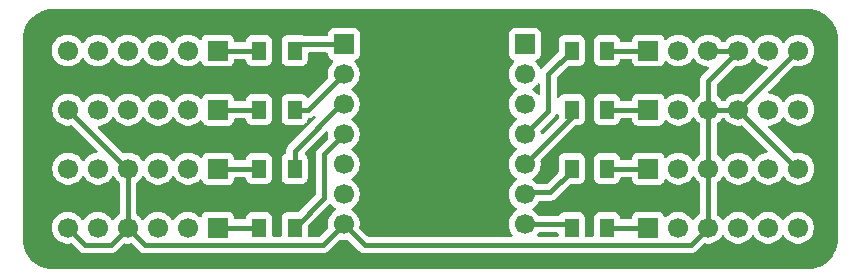
<source format=gbr>
%TF.GenerationSoftware,KiCad,Pcbnew,9.0.5*%
%TF.CreationDate,2025-10-11T11:12:23-04:00*%
%TF.ProjectId,agent-main-mk1,6167656e-742d-46d6-9169-6e2d6d6b312e,rev?*%
%TF.SameCoordinates,Original*%
%TF.FileFunction,Copper,L1,Top*%
%TF.FilePolarity,Positive*%
%FSLAX46Y46*%
G04 Gerber Fmt 4.6, Leading zero omitted, Abs format (unit mm)*
G04 Created by KiCad (PCBNEW 9.0.5) date 2025-10-11 11:12:23*
%MOMM*%
%LPD*%
G01*
G04 APERTURE LIST*
%TA.AperFunction,ComponentPad*%
%ADD10R,1.700000X1.700000*%
%TD*%
%TA.AperFunction,ComponentPad*%
%ADD11C,1.700000*%
%TD*%
%TA.AperFunction,SMDPad,CuDef*%
%ADD12R,1.200000X1.600000*%
%TD*%
%TA.AperFunction,Conductor*%
%ADD13C,0.400000*%
%TD*%
G04 APERTURE END LIST*
D10*
%TO.P,J4,1,Pin_1*%
%TO.N,Net-(J4-Pin_1)*%
X217460000Y-71000000D03*
D11*
%TO.P,J4,2,Pin_2*%
%TO.N,GND*%
X220000000Y-71000000D03*
%TO.P,J4,3,Pin_3*%
%TO.N,Pull up*%
X222540000Y-71000000D03*
%TO.P,J4,4,Pin_4*%
%TO.N,GND*%
X225080000Y-71000000D03*
%TO.P,J4,5,Pin_5*%
X227620000Y-71000000D03*
%TO.P,J4,6,Pin_6*%
%TO.N,Pull up*%
X230160000Y-71000000D03*
%TD*%
D10*
%TO.P,J8,1,Pin_1*%
%TO.N,Net-(J8-Pin_1)*%
X217460000Y-61000000D03*
D11*
%TO.P,J8,2,Pin_2*%
%TO.N,GND*%
X220000000Y-61000000D03*
%TO.P,J8,3,Pin_3*%
%TO.N,Pull up*%
X222540000Y-61000000D03*
%TO.P,J8,4,Pin_4*%
X225080000Y-61000000D03*
%TO.P,J8,5,Pin_5*%
%TO.N,GND*%
X227620000Y-61000000D03*
%TO.P,J8,6,Pin_6*%
%TO.N,Pull up*%
X230160000Y-61000000D03*
%TD*%
D10*
%TO.P,J1,1,Pin_1*%
%TO.N,Net-(J1-Pin_1)*%
X181040000Y-66000000D03*
D11*
%TO.P,J1,2,Pin_2*%
%TO.N,GND*%
X178500000Y-66000000D03*
%TO.P,J1,3,Pin_3*%
X175960000Y-66000000D03*
%TO.P,J1,4,Pin_4*%
X173420000Y-66000000D03*
%TO.P,J1,5,Pin_5*%
X170880000Y-66000000D03*
%TO.P,J1,6,Pin_6*%
%TO.N,Pull up*%
X168340000Y-66000000D03*
%TD*%
D12*
%TO.P,R12,1*%
%TO.N,Net-(J8-Pin_1)*%
X213960000Y-61000000D03*
%TO.P,R12,2*%
%TO.N,LED8*%
X210960000Y-61000000D03*
%TD*%
D10*
%TO.P,J3,1,Pin_1*%
%TO.N,Net-(J3-Pin_1)*%
X181000000Y-61000000D03*
D11*
%TO.P,J3,2,Pin_2*%
%TO.N,GND*%
X178460000Y-61000000D03*
%TO.P,J3,3,Pin_3*%
X175920000Y-61000000D03*
%TO.P,J3,4,Pin_4*%
X173380000Y-61000000D03*
%TO.P,J3,5,Pin_5*%
X170840000Y-61000000D03*
%TO.P,J3,6,Pin_6*%
X168300000Y-61000000D03*
%TD*%
D10*
%TO.P,J5,1,Pin_1*%
%TO.N,Net-(J5-Pin_1)*%
X217420000Y-76000000D03*
D11*
%TO.P,J5,2,Pin_2*%
%TO.N,GND*%
X219960000Y-76000000D03*
%TO.P,J5,3,Pin_3*%
%TO.N,Pull up*%
X222500000Y-76000000D03*
%TO.P,J5,4,Pin_4*%
%TO.N,GND*%
X225040000Y-76000000D03*
%TO.P,J5,5,Pin_5*%
X227580000Y-76000000D03*
%TO.P,J5,6,Pin_6*%
X230120000Y-76000000D03*
%TD*%
D10*
%TO.P,J2,1,Pin_1*%
%TO.N,Net-(J2-Pin_1)*%
X181040000Y-71000000D03*
D11*
%TO.P,J2,2,Pin_2*%
%TO.N,GND*%
X178500000Y-71000000D03*
%TO.P,J2,3,Pin_3*%
X175960000Y-71000000D03*
%TO.P,J2,4,Pin_4*%
%TO.N,Pull up*%
X173420000Y-71000000D03*
%TO.P,J2,5,Pin_5*%
%TO.N,GND*%
X170880000Y-71000000D03*
%TO.P,J2,6,Pin_6*%
X168340000Y-71000000D03*
%TD*%
D12*
%TO.P,R1,1*%
%TO.N,Net-(J6-Pin_1)*%
X184500000Y-76000000D03*
%TO.P,R1,2*%
%TO.N,LED4*%
X187500000Y-76000000D03*
%TD*%
D10*
%TO.P,J10,1,Pin_1*%
%TO.N,GND*%
X207000000Y-60460000D03*
D11*
%TO.P,J10,2,Pin_2*%
%TO.N,unconnected-(J10-Pin_2-Pad2)*%
X207000000Y-63000000D03*
%TO.P,J10,3,Pin_3*%
%TO.N,unconnected-(J10-Pin_3-Pad3)*%
X207000000Y-65540000D03*
%TO.P,J10,4,Pin_4*%
%TO.N,LED8*%
X207000000Y-68080000D03*
%TO.P,J10,5,Pin_5*%
%TO.N,LED7*%
X207000000Y-70620000D03*
%TO.P,J10,6,Pin_6*%
%TO.N,LED6*%
X207000000Y-73160000D03*
%TO.P,J10,7,Pin_7*%
%TO.N,LED5*%
X207000000Y-75700000D03*
%TD*%
D10*
%TO.P,J9,1,Pin_1*%
%TO.N,LED1*%
X191675000Y-60460000D03*
D11*
%TO.P,J9,2,Pin_2*%
%TO.N,LED2*%
X191675000Y-63000000D03*
%TO.P,J9,3,Pin_3*%
%TO.N,LED3*%
X191675000Y-65540000D03*
%TO.P,J9,4,Pin_4*%
%TO.N,LED4*%
X191675000Y-68080000D03*
%TO.P,J9,5,Pin_5*%
%TO.N,unconnected-(J9-Pin_5-Pad5)*%
X191675000Y-70620000D03*
%TO.P,J9,6,Pin_6*%
%TO.N,unconnected-(J9-Pin_6-Pad6)*%
X191675000Y-73160000D03*
%TO.P,J9,7,Pin_7*%
%TO.N,Pull up*%
X191675000Y-75700000D03*
%TD*%
D12*
%TO.P,R9,1*%
%TO.N,Net-(J5-Pin_1)*%
X213960000Y-76000000D03*
%TO.P,R9,2*%
%TO.N,LED5*%
X210960000Y-76000000D03*
%TD*%
%TO.P,R2,1*%
%TO.N,Net-(J2-Pin_1)*%
X184500000Y-71000000D03*
%TO.P,R2,2*%
%TO.N,LED3*%
X187500000Y-71000000D03*
%TD*%
D10*
%TO.P,J6,1,Pin_1*%
%TO.N,Net-(J6-Pin_1)*%
X181000000Y-76000000D03*
D11*
%TO.P,J6,2,Pin_2*%
%TO.N,GND*%
X178460000Y-76000000D03*
%TO.P,J6,3,Pin_3*%
X175920000Y-76000000D03*
%TO.P,J6,4,Pin_4*%
%TO.N,Pull up*%
X173380000Y-76000000D03*
%TO.P,J6,5,Pin_5*%
%TO.N,GND*%
X170840000Y-76000000D03*
%TO.P,J6,6,Pin_6*%
%TO.N,Pull up*%
X168300000Y-76000000D03*
%TD*%
D12*
%TO.P,R7,1*%
%TO.N,Net-(J1-Pin_1)*%
X184500000Y-66000000D03*
%TO.P,R7,2*%
%TO.N,LED2*%
X187500000Y-66000000D03*
%TD*%
%TO.P,R11,1*%
%TO.N,Net-(J7-Pin_1)*%
X213960000Y-66000000D03*
%TO.P,R11,2*%
%TO.N,LED7*%
X210960000Y-66000000D03*
%TD*%
%TO.P,R10,1*%
%TO.N,Net-(J4-Pin_1)*%
X213960000Y-71000000D03*
%TO.P,R10,2*%
%TO.N,LED6*%
X210960000Y-71000000D03*
%TD*%
D10*
%TO.P,J7,1,Pin_1*%
%TO.N,Net-(J7-Pin_1)*%
X217460000Y-66000000D03*
D11*
%TO.P,J7,2,Pin_2*%
%TO.N,GND*%
X220000000Y-66000000D03*
%TO.P,J7,3,Pin_3*%
%TO.N,Pull up*%
X222540000Y-66000000D03*
%TO.P,J7,4,Pin_4*%
X225080000Y-66000000D03*
%TO.P,J7,5,Pin_5*%
%TO.N,GND*%
X227620000Y-66000000D03*
%TO.P,J7,6,Pin_6*%
X230160000Y-66000000D03*
%TD*%
D12*
%TO.P,R8,1*%
%TO.N,Net-(J3-Pin_1)*%
X184500000Y-61000000D03*
%TO.P,R8,2*%
%TO.N,LED1*%
X187500000Y-61000000D03*
%TD*%
D13*
%TO.N,LED1*%
X188040000Y-60460000D02*
X187500000Y-61000000D01*
X191675000Y-60460000D02*
X188040000Y-60460000D01*
%TO.N,LED5*%
X210660000Y-75700000D02*
X210960000Y-76000000D01*
X207000000Y-75700000D02*
X210660000Y-75700000D01*
%TO.N,LED4*%
X190000000Y-69755000D02*
X190000000Y-73500000D01*
X191675000Y-68080000D02*
X190000000Y-69755000D01*
X190000000Y-73500000D02*
X187500000Y-76000000D01*
%TO.N,Pull up*%
X225080000Y-66000000D02*
X230080000Y-71000000D01*
X168300000Y-76000000D02*
X169751000Y-77451000D01*
X230080000Y-71000000D02*
X230160000Y-71000000D01*
X173420000Y-71000000D02*
X173420000Y-75960000D01*
X173420000Y-75960000D02*
X173380000Y-76000000D01*
X173340000Y-71000000D02*
X173420000Y-71000000D01*
X171929000Y-77451000D02*
X173380000Y-76000000D01*
X222540000Y-71000000D02*
X222540000Y-75960000D01*
X173380000Y-76000000D02*
X174831000Y-77451000D01*
X222540000Y-66000000D02*
X222540000Y-71000000D01*
X222540000Y-75960000D02*
X222500000Y-76000000D01*
X225080000Y-66000000D02*
X222540000Y-66000000D01*
X221049000Y-77451000D02*
X222500000Y-76000000D01*
X193426000Y-77451000D02*
X221049000Y-77451000D01*
X191675000Y-75700000D02*
X193426000Y-77451000D01*
X225080000Y-61000000D02*
X222540000Y-63540000D01*
X169751000Y-77451000D02*
X171929000Y-77451000D01*
X174831000Y-77451000D02*
X189924000Y-77451000D01*
X168340000Y-66000000D02*
X173340000Y-71000000D01*
X225080000Y-66000000D02*
X230080000Y-61000000D01*
X222540000Y-63540000D02*
X222540000Y-66000000D01*
X189924000Y-77451000D02*
X191675000Y-75700000D01*
X230080000Y-61000000D02*
X230160000Y-61000000D01*
X222540000Y-61000000D02*
X225080000Y-61000000D01*
%TO.N,LED7*%
X210960000Y-66660000D02*
X210960000Y-66000000D01*
X207000000Y-70620000D02*
X210960000Y-66660000D01*
%TO.N,LED3*%
X191675000Y-65540000D02*
X191460000Y-65540000D01*
X191460000Y-65540000D02*
X187500000Y-69500000D01*
X187500000Y-69500000D02*
X187500000Y-71000000D01*
%TO.N,LED2*%
X188675000Y-66000000D02*
X187500000Y-66000000D01*
X191675000Y-63000000D02*
X188675000Y-66000000D01*
%TO.N,LED6*%
X207000000Y-73160000D02*
X207160000Y-73000000D01*
X209160000Y-73000000D02*
X210960000Y-71200000D01*
X210960000Y-71200000D02*
X210960000Y-71000000D01*
X207160000Y-73000000D02*
X209160000Y-73000000D01*
%TO.N,LED8*%
X209000000Y-66080000D02*
X209000000Y-62960000D01*
X209000000Y-62960000D02*
X210960000Y-61000000D01*
X207000000Y-68080000D02*
X209000000Y-66080000D01*
%TO.N,Net-(J6-Pin_1)*%
X181000000Y-76000000D02*
X184500000Y-76000000D01*
%TO.N,Net-(J2-Pin_1)*%
X184500000Y-71000000D02*
X181040000Y-71000000D01*
%TO.N,Net-(J1-Pin_1)*%
X181040000Y-66000000D02*
X184500000Y-66000000D01*
%TO.N,Net-(J3-Pin_1)*%
X184500000Y-61000000D02*
X181000000Y-61000000D01*
%TO.N,Net-(J5-Pin_1)*%
X213960000Y-76000000D02*
X217420000Y-76000000D01*
%TO.N,Net-(J4-Pin_1)*%
X213960000Y-71000000D02*
X217460000Y-71000000D01*
%TO.N,Net-(J7-Pin_1)*%
X213960000Y-66000000D02*
X217460000Y-66000000D01*
%TO.N,Net-(J8-Pin_1)*%
X213960000Y-61000000D02*
X217460000Y-61000000D01*
%TD*%
%TA.AperFunction,NonConductor*%
G36*
X231003736Y-57500726D02*
G01*
X231293796Y-57518271D01*
X231308659Y-57520076D01*
X231590798Y-57571780D01*
X231605335Y-57575363D01*
X231879172Y-57660695D01*
X231893163Y-57666000D01*
X232154743Y-57783727D01*
X232167989Y-57790680D01*
X232413465Y-57939075D01*
X232425776Y-57947573D01*
X232651573Y-58124473D01*
X232662781Y-58134403D01*
X232865596Y-58337218D01*
X232875526Y-58348426D01*
X232995481Y-58501538D01*
X233052422Y-58574217D01*
X233060928Y-58586540D01*
X233209316Y-58832004D01*
X233216275Y-58845263D01*
X233333997Y-59106831D01*
X233339306Y-59120832D01*
X233424635Y-59394663D01*
X233428219Y-59409201D01*
X233479923Y-59691340D01*
X233481728Y-59706205D01*
X233499274Y-59996263D01*
X233499500Y-60003750D01*
X233499500Y-76996249D01*
X233499274Y-77003736D01*
X233481728Y-77293794D01*
X233479923Y-77308659D01*
X233428219Y-77590798D01*
X233424635Y-77605336D01*
X233339306Y-77879167D01*
X233333997Y-77893168D01*
X233216275Y-78154736D01*
X233209316Y-78167995D01*
X233060928Y-78413459D01*
X233052422Y-78425782D01*
X232875526Y-78651573D01*
X232865596Y-78662781D01*
X232662781Y-78865596D01*
X232651573Y-78875526D01*
X232425782Y-79052422D01*
X232413459Y-79060928D01*
X232167995Y-79209316D01*
X232154736Y-79216275D01*
X231893168Y-79333997D01*
X231879167Y-79339306D01*
X231605336Y-79424635D01*
X231590798Y-79428219D01*
X231308659Y-79479923D01*
X231293794Y-79481728D01*
X231003736Y-79499274D01*
X230996249Y-79499500D01*
X167003751Y-79499500D01*
X166996264Y-79499274D01*
X166706205Y-79481728D01*
X166691340Y-79479923D01*
X166409201Y-79428219D01*
X166394663Y-79424635D01*
X166120832Y-79339306D01*
X166106831Y-79333997D01*
X165845263Y-79216275D01*
X165832004Y-79209316D01*
X165586540Y-79060928D01*
X165574217Y-79052422D01*
X165348426Y-78875526D01*
X165337218Y-78865596D01*
X165134403Y-78662781D01*
X165124473Y-78651573D01*
X164947573Y-78425776D01*
X164939075Y-78413465D01*
X164790680Y-78167989D01*
X164783727Y-78154743D01*
X164666000Y-77893163D01*
X164660693Y-77879167D01*
X164575364Y-77605336D01*
X164571780Y-77590798D01*
X164520076Y-77308659D01*
X164518271Y-77293794D01*
X164500726Y-77003736D01*
X164500500Y-76996249D01*
X164500500Y-75893713D01*
X166949500Y-75893713D01*
X166949500Y-76106287D01*
X166982754Y-76316243D01*
X167026739Y-76451615D01*
X167048444Y-76518414D01*
X167144951Y-76707820D01*
X167269890Y-76879786D01*
X167420213Y-77030109D01*
X167592179Y-77155048D01*
X167592181Y-77155049D01*
X167592184Y-77155051D01*
X167781588Y-77251557D01*
X167983757Y-77317246D01*
X168193713Y-77350500D01*
X168193714Y-77350500D01*
X168406286Y-77350500D01*
X168406287Y-77350500D01*
X168562771Y-77325715D01*
X168632064Y-77334670D01*
X168669850Y-77360507D01*
X169304453Y-77995111D01*
X169304454Y-77995112D01*
X169419192Y-78071777D01*
X169546667Y-78124578D01*
X169546672Y-78124580D01*
X169546676Y-78124580D01*
X169546677Y-78124581D01*
X169682003Y-78151500D01*
X169682006Y-78151500D01*
X171997996Y-78151500D01*
X172089040Y-78133389D01*
X172133328Y-78124580D01*
X172197069Y-78098177D01*
X172260807Y-78071777D01*
X172260808Y-78071776D01*
X172260811Y-78071775D01*
X172375543Y-77995114D01*
X173010150Y-77360505D01*
X173071471Y-77327022D01*
X173117227Y-77325715D01*
X173173767Y-77334670D01*
X173273713Y-77350500D01*
X173273714Y-77350500D01*
X173486286Y-77350500D01*
X173486287Y-77350500D01*
X173642771Y-77325715D01*
X173712064Y-77334670D01*
X173749850Y-77360507D01*
X174384453Y-77995111D01*
X174384454Y-77995112D01*
X174499192Y-78071777D01*
X174626667Y-78124578D01*
X174626672Y-78124580D01*
X174626676Y-78124580D01*
X174626677Y-78124581D01*
X174762003Y-78151500D01*
X174762006Y-78151500D01*
X189992996Y-78151500D01*
X190084040Y-78133389D01*
X190128328Y-78124580D01*
X190192069Y-78098177D01*
X190255807Y-78071777D01*
X190255808Y-78071776D01*
X190255811Y-78071775D01*
X190370543Y-77995114D01*
X191305150Y-77060505D01*
X191366471Y-77027022D01*
X191412227Y-77025715D01*
X191439970Y-77030109D01*
X191568713Y-77050500D01*
X191568714Y-77050500D01*
X191781286Y-77050500D01*
X191781287Y-77050500D01*
X191937771Y-77025715D01*
X192007064Y-77034670D01*
X192044850Y-77060507D01*
X192979453Y-77995111D01*
X192979454Y-77995112D01*
X193094192Y-78071777D01*
X193221667Y-78124578D01*
X193221672Y-78124580D01*
X193221676Y-78124580D01*
X193221677Y-78124581D01*
X193357003Y-78151500D01*
X193357006Y-78151500D01*
X221117996Y-78151500D01*
X221209040Y-78133389D01*
X221253328Y-78124580D01*
X221317069Y-78098177D01*
X221380807Y-78071777D01*
X221380808Y-78071776D01*
X221380811Y-78071775D01*
X221495543Y-77995114D01*
X222130150Y-77360505D01*
X222191471Y-77327022D01*
X222237227Y-77325715D01*
X222293767Y-77334670D01*
X222393713Y-77350500D01*
X222393714Y-77350500D01*
X222606286Y-77350500D01*
X222606287Y-77350500D01*
X222816243Y-77317246D01*
X223018412Y-77251557D01*
X223207816Y-77155051D01*
X223337946Y-77060507D01*
X223379786Y-77030109D01*
X223379788Y-77030106D01*
X223379792Y-77030104D01*
X223530104Y-76879792D01*
X223530106Y-76879788D01*
X223530109Y-76879786D01*
X223655048Y-76707820D01*
X223655047Y-76707820D01*
X223655051Y-76707816D01*
X223659514Y-76699054D01*
X223707488Y-76648259D01*
X223775308Y-76631463D01*
X223841444Y-76653999D01*
X223880484Y-76699054D01*
X223884591Y-76707115D01*
X223884951Y-76707820D01*
X224009890Y-76879786D01*
X224160213Y-77030109D01*
X224332179Y-77155048D01*
X224332181Y-77155049D01*
X224332184Y-77155051D01*
X224521588Y-77251557D01*
X224723757Y-77317246D01*
X224933713Y-77350500D01*
X224933714Y-77350500D01*
X225146286Y-77350500D01*
X225146287Y-77350500D01*
X225356243Y-77317246D01*
X225558412Y-77251557D01*
X225747816Y-77155051D01*
X225877946Y-77060507D01*
X225919786Y-77030109D01*
X225919788Y-77030106D01*
X225919792Y-77030104D01*
X226070104Y-76879792D01*
X226070106Y-76879788D01*
X226070109Y-76879786D01*
X226195048Y-76707820D01*
X226195047Y-76707820D01*
X226195051Y-76707816D01*
X226199514Y-76699054D01*
X226247488Y-76648259D01*
X226315308Y-76631463D01*
X226381444Y-76653999D01*
X226420484Y-76699054D01*
X226424591Y-76707115D01*
X226424951Y-76707820D01*
X226549890Y-76879786D01*
X226700213Y-77030109D01*
X226872179Y-77155048D01*
X226872181Y-77155049D01*
X226872184Y-77155051D01*
X227061588Y-77251557D01*
X227263757Y-77317246D01*
X227473713Y-77350500D01*
X227473714Y-77350500D01*
X227686286Y-77350500D01*
X227686287Y-77350500D01*
X227896243Y-77317246D01*
X228098412Y-77251557D01*
X228287816Y-77155051D01*
X228417946Y-77060507D01*
X228459786Y-77030109D01*
X228459788Y-77030106D01*
X228459792Y-77030104D01*
X228610104Y-76879792D01*
X228610106Y-76879788D01*
X228610109Y-76879786D01*
X228735048Y-76707820D01*
X228735047Y-76707820D01*
X228735051Y-76707816D01*
X228739514Y-76699054D01*
X228787488Y-76648259D01*
X228855308Y-76631463D01*
X228921444Y-76653999D01*
X228960484Y-76699054D01*
X228964591Y-76707115D01*
X228964951Y-76707820D01*
X229089890Y-76879786D01*
X229240213Y-77030109D01*
X229412179Y-77155048D01*
X229412181Y-77155049D01*
X229412184Y-77155051D01*
X229601588Y-77251557D01*
X229803757Y-77317246D01*
X230013713Y-77350500D01*
X230013714Y-77350500D01*
X230226286Y-77350500D01*
X230226287Y-77350500D01*
X230436243Y-77317246D01*
X230638412Y-77251557D01*
X230827816Y-77155051D01*
X230957946Y-77060507D01*
X230999786Y-77030109D01*
X230999788Y-77030106D01*
X230999792Y-77030104D01*
X231150104Y-76879792D01*
X231150106Y-76879788D01*
X231150109Y-76879786D01*
X231275048Y-76707820D01*
X231275047Y-76707820D01*
X231275051Y-76707816D01*
X231371557Y-76518412D01*
X231437246Y-76316243D01*
X231470500Y-76106287D01*
X231470500Y-75893713D01*
X231437246Y-75683757D01*
X231371557Y-75481588D01*
X231275051Y-75292184D01*
X231275049Y-75292181D01*
X231275048Y-75292179D01*
X231150109Y-75120213D01*
X230999786Y-74969890D01*
X230827820Y-74844951D01*
X230638414Y-74748444D01*
X230638413Y-74748443D01*
X230638412Y-74748443D01*
X230436243Y-74682754D01*
X230436241Y-74682753D01*
X230436240Y-74682753D01*
X230274957Y-74657208D01*
X230226287Y-74649500D01*
X230013713Y-74649500D01*
X229965042Y-74657208D01*
X229803760Y-74682753D01*
X229601585Y-74748444D01*
X229412179Y-74844951D01*
X229240213Y-74969890D01*
X229089890Y-75120213D01*
X228964949Y-75292182D01*
X228960484Y-75300946D01*
X228912509Y-75351742D01*
X228844688Y-75368536D01*
X228778553Y-75345998D01*
X228739516Y-75300946D01*
X228735050Y-75292182D01*
X228610109Y-75120213D01*
X228459786Y-74969890D01*
X228287820Y-74844951D01*
X228098414Y-74748444D01*
X228098413Y-74748443D01*
X228098412Y-74748443D01*
X227896243Y-74682754D01*
X227896241Y-74682753D01*
X227896240Y-74682753D01*
X227734957Y-74657208D01*
X227686287Y-74649500D01*
X227473713Y-74649500D01*
X227425042Y-74657208D01*
X227263760Y-74682753D01*
X227061585Y-74748444D01*
X226872179Y-74844951D01*
X226700213Y-74969890D01*
X226549890Y-75120213D01*
X226424949Y-75292182D01*
X226420484Y-75300946D01*
X226372509Y-75351742D01*
X226304688Y-75368536D01*
X226238553Y-75345998D01*
X226199516Y-75300946D01*
X226195050Y-75292182D01*
X226070109Y-75120213D01*
X225919786Y-74969890D01*
X225747820Y-74844951D01*
X225558414Y-74748444D01*
X225558413Y-74748443D01*
X225558412Y-74748443D01*
X225356243Y-74682754D01*
X225356241Y-74682753D01*
X225356240Y-74682753D01*
X225194957Y-74657208D01*
X225146287Y-74649500D01*
X224933713Y-74649500D01*
X224885042Y-74657208D01*
X224723760Y-74682753D01*
X224521585Y-74748444D01*
X224332179Y-74844951D01*
X224160213Y-74969890D01*
X224009890Y-75120213D01*
X223884949Y-75292182D01*
X223880484Y-75300946D01*
X223832509Y-75351742D01*
X223764688Y-75368536D01*
X223698553Y-75345998D01*
X223659516Y-75300946D01*
X223655050Y-75292182D01*
X223530109Y-75120213D01*
X223379790Y-74969894D01*
X223379785Y-74969890D01*
X223291615Y-74905831D01*
X223248949Y-74850501D01*
X223240500Y-74805513D01*
X223240500Y-72223547D01*
X223260185Y-72156508D01*
X223291614Y-72123230D01*
X223419792Y-72030104D01*
X223570104Y-71879792D01*
X223570106Y-71879788D01*
X223570109Y-71879786D01*
X223695048Y-71707820D01*
X223695047Y-71707820D01*
X223695051Y-71707816D01*
X223699514Y-71699054D01*
X223747488Y-71648259D01*
X223815308Y-71631463D01*
X223881444Y-71653999D01*
X223920484Y-71699054D01*
X223924591Y-71707115D01*
X223924951Y-71707820D01*
X224049890Y-71879786D01*
X224200213Y-72030109D01*
X224372179Y-72155048D01*
X224372181Y-72155049D01*
X224372184Y-72155051D01*
X224561588Y-72251557D01*
X224763757Y-72317246D01*
X224973713Y-72350500D01*
X224973714Y-72350500D01*
X225186286Y-72350500D01*
X225186287Y-72350500D01*
X225396243Y-72317246D01*
X225598412Y-72251557D01*
X225787816Y-72155051D01*
X225874138Y-72092335D01*
X225959786Y-72030109D01*
X225959788Y-72030106D01*
X225959792Y-72030104D01*
X226110104Y-71879792D01*
X226110106Y-71879788D01*
X226110109Y-71879786D01*
X226235048Y-71707820D01*
X226235047Y-71707820D01*
X226235051Y-71707816D01*
X226239514Y-71699054D01*
X226287488Y-71648259D01*
X226355308Y-71631463D01*
X226421444Y-71653999D01*
X226460484Y-71699054D01*
X226464591Y-71707115D01*
X226464951Y-71707820D01*
X226589890Y-71879786D01*
X226740213Y-72030109D01*
X226912179Y-72155048D01*
X226912181Y-72155049D01*
X226912184Y-72155051D01*
X227101588Y-72251557D01*
X227303757Y-72317246D01*
X227513713Y-72350500D01*
X227513714Y-72350500D01*
X227726286Y-72350500D01*
X227726287Y-72350500D01*
X227936243Y-72317246D01*
X228138412Y-72251557D01*
X228327816Y-72155051D01*
X228414138Y-72092335D01*
X228499786Y-72030109D01*
X228499788Y-72030106D01*
X228499792Y-72030104D01*
X228650104Y-71879792D01*
X228650106Y-71879788D01*
X228650109Y-71879786D01*
X228775048Y-71707820D01*
X228775047Y-71707820D01*
X228775051Y-71707816D01*
X228779514Y-71699054D01*
X228827488Y-71648259D01*
X228895308Y-71631463D01*
X228961444Y-71653999D01*
X229000484Y-71699054D01*
X229004591Y-71707115D01*
X229004951Y-71707820D01*
X229129890Y-71879786D01*
X229280213Y-72030109D01*
X229452179Y-72155048D01*
X229452181Y-72155049D01*
X229452184Y-72155051D01*
X229641588Y-72251557D01*
X229843757Y-72317246D01*
X230053713Y-72350500D01*
X230053714Y-72350500D01*
X230266286Y-72350500D01*
X230266287Y-72350500D01*
X230476243Y-72317246D01*
X230678412Y-72251557D01*
X230867816Y-72155051D01*
X230954138Y-72092335D01*
X231039786Y-72030109D01*
X231039788Y-72030106D01*
X231039792Y-72030104D01*
X231190104Y-71879792D01*
X231190106Y-71879788D01*
X231190109Y-71879786D01*
X231315048Y-71707820D01*
X231315047Y-71707820D01*
X231315051Y-71707816D01*
X231411557Y-71518412D01*
X231477246Y-71316243D01*
X231510500Y-71106287D01*
X231510500Y-70893713D01*
X231477246Y-70683757D01*
X231411557Y-70481588D01*
X231315051Y-70292184D01*
X231315049Y-70292181D01*
X231315048Y-70292179D01*
X231190109Y-70120213D01*
X231039786Y-69969890D01*
X230867820Y-69844951D01*
X230678414Y-69748444D01*
X230678413Y-69748443D01*
X230678412Y-69748443D01*
X230476243Y-69682754D01*
X230476241Y-69682753D01*
X230476240Y-69682753D01*
X230312301Y-69656788D01*
X230266287Y-69649500D01*
X230053713Y-69649500D01*
X230032512Y-69652858D01*
X229843753Y-69682754D01*
X229839014Y-69683892D01*
X229838496Y-69681735D01*
X229777802Y-69683373D01*
X229721835Y-69651178D01*
X227632838Y-67562181D01*
X227599353Y-67500858D01*
X227604337Y-67431166D01*
X227646209Y-67375233D01*
X227711673Y-67350816D01*
X227720519Y-67350500D01*
X227726286Y-67350500D01*
X227726287Y-67350500D01*
X227936243Y-67317246D01*
X228138412Y-67251557D01*
X228327816Y-67155051D01*
X228414138Y-67092335D01*
X228499786Y-67030109D01*
X228499788Y-67030106D01*
X228499792Y-67030104D01*
X228650104Y-66879792D01*
X228650106Y-66879788D01*
X228650109Y-66879786D01*
X228759086Y-66729789D01*
X228775051Y-66707816D01*
X228779514Y-66699054D01*
X228827488Y-66648259D01*
X228895308Y-66631463D01*
X228961444Y-66653999D01*
X229000484Y-66699054D01*
X229003781Y-66705523D01*
X229004951Y-66707820D01*
X229129890Y-66879786D01*
X229280213Y-67030109D01*
X229452179Y-67155048D01*
X229452181Y-67155049D01*
X229452184Y-67155051D01*
X229641588Y-67251557D01*
X229843757Y-67317246D01*
X230053713Y-67350500D01*
X230053714Y-67350500D01*
X230266286Y-67350500D01*
X230266287Y-67350500D01*
X230476243Y-67317246D01*
X230678412Y-67251557D01*
X230867816Y-67155051D01*
X230954138Y-67092335D01*
X231039786Y-67030109D01*
X231039788Y-67030106D01*
X231039792Y-67030104D01*
X231190104Y-66879792D01*
X231190106Y-66879788D01*
X231190109Y-66879786D01*
X231299086Y-66729789D01*
X231315051Y-66707816D01*
X231411557Y-66518412D01*
X231477246Y-66316243D01*
X231510500Y-66106287D01*
X231510500Y-65893713D01*
X231477246Y-65683757D01*
X231411557Y-65481588D01*
X231315051Y-65292184D01*
X231315049Y-65292181D01*
X231315048Y-65292179D01*
X231190109Y-65120213D01*
X231039786Y-64969890D01*
X230867820Y-64844951D01*
X230678414Y-64748444D01*
X230678413Y-64748443D01*
X230678412Y-64748443D01*
X230476243Y-64682754D01*
X230476241Y-64682753D01*
X230476240Y-64682753D01*
X230314957Y-64657208D01*
X230266287Y-64649500D01*
X230053713Y-64649500D01*
X230005042Y-64657208D01*
X229843760Y-64682753D01*
X229641585Y-64748444D01*
X229452179Y-64844951D01*
X229280213Y-64969890D01*
X229129890Y-65120213D01*
X229004949Y-65292182D01*
X229000484Y-65300946D01*
X228952509Y-65351742D01*
X228884688Y-65368536D01*
X228818553Y-65345998D01*
X228779516Y-65300946D01*
X228775050Y-65292182D01*
X228650109Y-65120213D01*
X228499786Y-64969890D01*
X228327820Y-64844951D01*
X228138414Y-64748444D01*
X228138413Y-64748443D01*
X228138412Y-64748443D01*
X227936243Y-64682754D01*
X227936241Y-64682753D01*
X227936240Y-64682753D01*
X227774957Y-64657208D01*
X227726287Y-64649500D01*
X227720518Y-64649500D01*
X227653479Y-64629815D01*
X227607724Y-64577011D01*
X227597780Y-64507853D01*
X227626805Y-64444297D01*
X227632837Y-64437819D01*
X228599652Y-63471004D01*
X229721837Y-62348818D01*
X229783158Y-62315335D01*
X229838539Y-62318120D01*
X229839022Y-62316109D01*
X229843751Y-62317244D01*
X229843757Y-62317246D01*
X230053713Y-62350500D01*
X230053714Y-62350500D01*
X230266286Y-62350500D01*
X230266287Y-62350500D01*
X230476243Y-62317246D01*
X230678412Y-62251557D01*
X230867816Y-62155051D01*
X230954138Y-62092335D01*
X231039786Y-62030109D01*
X231039788Y-62030106D01*
X231039792Y-62030104D01*
X231190104Y-61879792D01*
X231190106Y-61879788D01*
X231190109Y-61879786D01*
X231315048Y-61707820D01*
X231315047Y-61707820D01*
X231315051Y-61707816D01*
X231411557Y-61518412D01*
X231477246Y-61316243D01*
X231510500Y-61106287D01*
X231510500Y-60893713D01*
X231477246Y-60683757D01*
X231411557Y-60481588D01*
X231315051Y-60292184D01*
X231315049Y-60292181D01*
X231315048Y-60292179D01*
X231190109Y-60120213D01*
X231039786Y-59969890D01*
X230867820Y-59844951D01*
X230678414Y-59748444D01*
X230678413Y-59748443D01*
X230678412Y-59748443D01*
X230476243Y-59682754D01*
X230476241Y-59682753D01*
X230476240Y-59682753D01*
X230314957Y-59657208D01*
X230266287Y-59649500D01*
X230053713Y-59649500D01*
X230005042Y-59657208D01*
X229843760Y-59682753D01*
X229641585Y-59748444D01*
X229452179Y-59844951D01*
X229280213Y-59969890D01*
X229129890Y-60120213D01*
X229004949Y-60292182D01*
X229000484Y-60300946D01*
X228952509Y-60351742D01*
X228884688Y-60368536D01*
X228818553Y-60345998D01*
X228779516Y-60300946D01*
X228775050Y-60292182D01*
X228650109Y-60120213D01*
X228499786Y-59969890D01*
X228327820Y-59844951D01*
X228138414Y-59748444D01*
X228138413Y-59748443D01*
X228138412Y-59748443D01*
X227936243Y-59682754D01*
X227936241Y-59682753D01*
X227936240Y-59682753D01*
X227774957Y-59657208D01*
X227726287Y-59649500D01*
X227513713Y-59649500D01*
X227465042Y-59657208D01*
X227303760Y-59682753D01*
X227101585Y-59748444D01*
X226912179Y-59844951D01*
X226740213Y-59969890D01*
X226589890Y-60120213D01*
X226464949Y-60292182D01*
X226460484Y-60300946D01*
X226412509Y-60351742D01*
X226344688Y-60368536D01*
X226278553Y-60345998D01*
X226239516Y-60300946D01*
X226235050Y-60292182D01*
X226110109Y-60120213D01*
X225959786Y-59969890D01*
X225787820Y-59844951D01*
X225598414Y-59748444D01*
X225598413Y-59748443D01*
X225598412Y-59748443D01*
X225396243Y-59682754D01*
X225396241Y-59682753D01*
X225396240Y-59682753D01*
X225234957Y-59657208D01*
X225186287Y-59649500D01*
X224973713Y-59649500D01*
X224925042Y-59657208D01*
X224763760Y-59682753D01*
X224561585Y-59748444D01*
X224372179Y-59844951D01*
X224200213Y-59969890D01*
X224049892Y-60120211D01*
X224009724Y-60175500D01*
X223956770Y-60248385D01*
X223952439Y-60251725D01*
X223950166Y-60256703D01*
X223925066Y-60272833D01*
X223901442Y-60291051D01*
X223894768Y-60292304D01*
X223891388Y-60294477D01*
X223856453Y-60299500D01*
X223763547Y-60299500D01*
X223696508Y-60279815D01*
X223663230Y-60248385D01*
X223610276Y-60175500D01*
X223570107Y-60120211D01*
X223419786Y-59969890D01*
X223247820Y-59844951D01*
X223058414Y-59748444D01*
X223058413Y-59748443D01*
X223058412Y-59748443D01*
X222856243Y-59682754D01*
X222856241Y-59682753D01*
X222856240Y-59682753D01*
X222694957Y-59657208D01*
X222646287Y-59649500D01*
X222433713Y-59649500D01*
X222385042Y-59657208D01*
X222223760Y-59682753D01*
X222021585Y-59748444D01*
X221832179Y-59844951D01*
X221660213Y-59969890D01*
X221509890Y-60120213D01*
X221384949Y-60292182D01*
X221380484Y-60300946D01*
X221332509Y-60351742D01*
X221264688Y-60368536D01*
X221198553Y-60345998D01*
X221159516Y-60300946D01*
X221155050Y-60292182D01*
X221030109Y-60120213D01*
X220879786Y-59969890D01*
X220707820Y-59844951D01*
X220518414Y-59748444D01*
X220518413Y-59748443D01*
X220518412Y-59748443D01*
X220316243Y-59682754D01*
X220316241Y-59682753D01*
X220316240Y-59682753D01*
X220154957Y-59657208D01*
X220106287Y-59649500D01*
X219893713Y-59649500D01*
X219845042Y-59657208D01*
X219683760Y-59682753D01*
X219481585Y-59748444D01*
X219292179Y-59844951D01*
X219120215Y-59969889D01*
X219006673Y-60083431D01*
X218945350Y-60116915D01*
X218875658Y-60111931D01*
X218819725Y-60070059D01*
X218802810Y-60039082D01*
X218753797Y-59907671D01*
X218753793Y-59907664D01*
X218667547Y-59792455D01*
X218667544Y-59792452D01*
X218552335Y-59706206D01*
X218552328Y-59706202D01*
X218417482Y-59655908D01*
X218417483Y-59655908D01*
X218357883Y-59649501D01*
X218357881Y-59649500D01*
X218357873Y-59649500D01*
X218357864Y-59649500D01*
X216562129Y-59649500D01*
X216562123Y-59649501D01*
X216502516Y-59655908D01*
X216367671Y-59706202D01*
X216367664Y-59706206D01*
X216252455Y-59792452D01*
X216252452Y-59792455D01*
X216166206Y-59907664D01*
X216166202Y-59907671D01*
X216115908Y-60042517D01*
X216109501Y-60102116D01*
X216109501Y-60102123D01*
X216109500Y-60102135D01*
X216109500Y-60175500D01*
X216089815Y-60242539D01*
X216037011Y-60288294D01*
X215985500Y-60299500D01*
X215184499Y-60299500D01*
X215117460Y-60279815D01*
X215071705Y-60227011D01*
X215060499Y-60175500D01*
X215060499Y-60152129D01*
X215060498Y-60152123D01*
X215060497Y-60152116D01*
X215054091Y-60092517D01*
X215050702Y-60083431D01*
X215003797Y-59957671D01*
X215003793Y-59957664D01*
X214917547Y-59842455D01*
X214917544Y-59842452D01*
X214802335Y-59756206D01*
X214802328Y-59756202D01*
X214667482Y-59705908D01*
X214667483Y-59705908D01*
X214607883Y-59699501D01*
X214607881Y-59699500D01*
X214607873Y-59699500D01*
X214607864Y-59699500D01*
X213312129Y-59699500D01*
X213312123Y-59699501D01*
X213252516Y-59705908D01*
X213117671Y-59756202D01*
X213117664Y-59756206D01*
X213002455Y-59842452D01*
X213002452Y-59842455D01*
X212916206Y-59957664D01*
X212916202Y-59957671D01*
X212865908Y-60092517D01*
X212862931Y-60120211D01*
X212859501Y-60152123D01*
X212859500Y-60152135D01*
X212859500Y-61847870D01*
X212859501Y-61847876D01*
X212865908Y-61907483D01*
X212916202Y-62042328D01*
X212916206Y-62042335D01*
X213002452Y-62157544D01*
X213002455Y-62157547D01*
X213117664Y-62243793D01*
X213117671Y-62243797D01*
X213252517Y-62294091D01*
X213252516Y-62294091D01*
X213259444Y-62294835D01*
X213312127Y-62300500D01*
X214607872Y-62300499D01*
X214667483Y-62294091D01*
X214802331Y-62243796D01*
X214917546Y-62157546D01*
X215003796Y-62042331D01*
X215054091Y-61907483D01*
X215060500Y-61847873D01*
X215060500Y-61824500D01*
X215080185Y-61757461D01*
X215132989Y-61711706D01*
X215184500Y-61700500D01*
X215985501Y-61700500D01*
X216052540Y-61720185D01*
X216098295Y-61772989D01*
X216109501Y-61824500D01*
X216109501Y-61897876D01*
X216115908Y-61957483D01*
X216166202Y-62092328D01*
X216166206Y-62092335D01*
X216252452Y-62207544D01*
X216252455Y-62207547D01*
X216367664Y-62293793D01*
X216367671Y-62293797D01*
X216502517Y-62344091D01*
X216502516Y-62344091D01*
X216509444Y-62344835D01*
X216562127Y-62350500D01*
X218357872Y-62350499D01*
X218417483Y-62344091D01*
X218552331Y-62293796D01*
X218667546Y-62207546D01*
X218753796Y-62092331D01*
X218802810Y-61960916D01*
X218844681Y-61904984D01*
X218910145Y-61880566D01*
X218978418Y-61895417D01*
X219006673Y-61916569D01*
X219120213Y-62030109D01*
X219292179Y-62155048D01*
X219292181Y-62155049D01*
X219292184Y-62155051D01*
X219481588Y-62251557D01*
X219683757Y-62317246D01*
X219893713Y-62350500D01*
X219893714Y-62350500D01*
X220106286Y-62350500D01*
X220106287Y-62350500D01*
X220316243Y-62317246D01*
X220518412Y-62251557D01*
X220707816Y-62155051D01*
X220794138Y-62092335D01*
X220879786Y-62030109D01*
X220879788Y-62030106D01*
X220879792Y-62030104D01*
X221030104Y-61879792D01*
X221030106Y-61879788D01*
X221030109Y-61879786D01*
X221155048Y-61707820D01*
X221155047Y-61707820D01*
X221155051Y-61707816D01*
X221159514Y-61699054D01*
X221207488Y-61648259D01*
X221275308Y-61631463D01*
X221341444Y-61653999D01*
X221380484Y-61699054D01*
X221384591Y-61707115D01*
X221384951Y-61707820D01*
X221509890Y-61879786D01*
X221660213Y-62030109D01*
X221832179Y-62155048D01*
X221832181Y-62155049D01*
X221832184Y-62155051D01*
X222021588Y-62251557D01*
X222223757Y-62317246D01*
X222433713Y-62350500D01*
X222433714Y-62350500D01*
X222439480Y-62350500D01*
X222506519Y-62370185D01*
X222552274Y-62422989D01*
X222562218Y-62492147D01*
X222533193Y-62555703D01*
X222527161Y-62562181D01*
X221995890Y-63093451D01*
X221995887Y-63093454D01*
X221987313Y-63106287D01*
X221948532Y-63164328D01*
X221933878Y-63186258D01*
X221919225Y-63208188D01*
X221919221Y-63208195D01*
X221866421Y-63335667D01*
X221866418Y-63335677D01*
X221839500Y-63471004D01*
X221839500Y-64776452D01*
X221819815Y-64843491D01*
X221788385Y-64876770D01*
X221660213Y-64969890D01*
X221509890Y-65120213D01*
X221384949Y-65292182D01*
X221380484Y-65300946D01*
X221332509Y-65351742D01*
X221264688Y-65368536D01*
X221198553Y-65345998D01*
X221159516Y-65300946D01*
X221155050Y-65292182D01*
X221030109Y-65120213D01*
X220879786Y-64969890D01*
X220707820Y-64844951D01*
X220518414Y-64748444D01*
X220518413Y-64748443D01*
X220518412Y-64748443D01*
X220316243Y-64682754D01*
X220316241Y-64682753D01*
X220316240Y-64682753D01*
X220154957Y-64657208D01*
X220106287Y-64649500D01*
X219893713Y-64649500D01*
X219845042Y-64657208D01*
X219683760Y-64682753D01*
X219481585Y-64748444D01*
X219292179Y-64844951D01*
X219120215Y-64969889D01*
X219006673Y-65083431D01*
X218945350Y-65116915D01*
X218875658Y-65111931D01*
X218819725Y-65070059D01*
X218802810Y-65039082D01*
X218753797Y-64907671D01*
X218753793Y-64907664D01*
X218667547Y-64792455D01*
X218667544Y-64792452D01*
X218552335Y-64706206D01*
X218552328Y-64706202D01*
X218417482Y-64655908D01*
X218417483Y-64655908D01*
X218357883Y-64649501D01*
X218357881Y-64649500D01*
X218357873Y-64649500D01*
X218357864Y-64649500D01*
X216562129Y-64649500D01*
X216562123Y-64649501D01*
X216502516Y-64655908D01*
X216367671Y-64706202D01*
X216367664Y-64706206D01*
X216252455Y-64792452D01*
X216252452Y-64792455D01*
X216166206Y-64907664D01*
X216166202Y-64907671D01*
X216115908Y-65042517D01*
X216109501Y-65102116D01*
X216109501Y-65102123D01*
X216109500Y-65102135D01*
X216109500Y-65175500D01*
X216089815Y-65242539D01*
X216037011Y-65288294D01*
X215985500Y-65299500D01*
X215184499Y-65299500D01*
X215117460Y-65279815D01*
X215071705Y-65227011D01*
X215060499Y-65175500D01*
X215060499Y-65152129D01*
X215060498Y-65152123D01*
X215060497Y-65152116D01*
X215054091Y-65092517D01*
X215050702Y-65083431D01*
X215003797Y-64957671D01*
X215003793Y-64957664D01*
X214917547Y-64842455D01*
X214917544Y-64842452D01*
X214802335Y-64756206D01*
X214802328Y-64756202D01*
X214667482Y-64705908D01*
X214667483Y-64705908D01*
X214607883Y-64699501D01*
X214607881Y-64699500D01*
X214607873Y-64699500D01*
X214607864Y-64699500D01*
X213312129Y-64699500D01*
X213312123Y-64699501D01*
X213252516Y-64705908D01*
X213117671Y-64756202D01*
X213117664Y-64756206D01*
X213002455Y-64842452D01*
X213002452Y-64842455D01*
X212916206Y-64957664D01*
X212916202Y-64957671D01*
X212865908Y-65092517D01*
X212862931Y-65120211D01*
X212859501Y-65152123D01*
X212859500Y-65152135D01*
X212859500Y-66847870D01*
X212859501Y-66847876D01*
X212865908Y-66907483D01*
X212916202Y-67042328D01*
X212916206Y-67042335D01*
X213002452Y-67157544D01*
X213002455Y-67157547D01*
X213117664Y-67243793D01*
X213117671Y-67243797D01*
X213252517Y-67294091D01*
X213252516Y-67294091D01*
X213259444Y-67294835D01*
X213312127Y-67300500D01*
X214607872Y-67300499D01*
X214667483Y-67294091D01*
X214802331Y-67243796D01*
X214917546Y-67157546D01*
X215003796Y-67042331D01*
X215054091Y-66907483D01*
X215060500Y-66847873D01*
X215060500Y-66824500D01*
X215080185Y-66757461D01*
X215132989Y-66711706D01*
X215184500Y-66700500D01*
X215985501Y-66700500D01*
X216052540Y-66720185D01*
X216098295Y-66772989D01*
X216109501Y-66824500D01*
X216109501Y-66897876D01*
X216115908Y-66957483D01*
X216166202Y-67092328D01*
X216166206Y-67092335D01*
X216252452Y-67207544D01*
X216252455Y-67207547D01*
X216367664Y-67293793D01*
X216367671Y-67293797D01*
X216502517Y-67344091D01*
X216502516Y-67344091D01*
X216509444Y-67344835D01*
X216562127Y-67350500D01*
X218357872Y-67350499D01*
X218417483Y-67344091D01*
X218552331Y-67293796D01*
X218667546Y-67207546D01*
X218753796Y-67092331D01*
X218802810Y-66960916D01*
X218844681Y-66904984D01*
X218910145Y-66880566D01*
X218978418Y-66895417D01*
X219006673Y-66916569D01*
X219120213Y-67030109D01*
X219292179Y-67155048D01*
X219292181Y-67155049D01*
X219292184Y-67155051D01*
X219481588Y-67251557D01*
X219683757Y-67317246D01*
X219893713Y-67350500D01*
X219893714Y-67350500D01*
X220106286Y-67350500D01*
X220106287Y-67350500D01*
X220316243Y-67317246D01*
X220518412Y-67251557D01*
X220707816Y-67155051D01*
X220794138Y-67092335D01*
X220879786Y-67030109D01*
X220879788Y-67030106D01*
X220879792Y-67030104D01*
X221030104Y-66879792D01*
X221030106Y-66879788D01*
X221030109Y-66879786D01*
X221139086Y-66729789D01*
X221155051Y-66707816D01*
X221159514Y-66699054D01*
X221207488Y-66648259D01*
X221275308Y-66631463D01*
X221341444Y-66653999D01*
X221380484Y-66699054D01*
X221383781Y-66705523D01*
X221384951Y-66707820D01*
X221509890Y-66879786D01*
X221660211Y-67030107D01*
X221731200Y-67081682D01*
X221788385Y-67123229D01*
X221831051Y-67178558D01*
X221839500Y-67223547D01*
X221839500Y-69776452D01*
X221819815Y-69843491D01*
X221788385Y-69876770D01*
X221660213Y-69969890D01*
X221509890Y-70120213D01*
X221384949Y-70292182D01*
X221380484Y-70300946D01*
X221332509Y-70351742D01*
X221264688Y-70368536D01*
X221198553Y-70345998D01*
X221159516Y-70300946D01*
X221155050Y-70292182D01*
X221030109Y-70120213D01*
X220879786Y-69969890D01*
X220707820Y-69844951D01*
X220518414Y-69748444D01*
X220518413Y-69748443D01*
X220518412Y-69748443D01*
X220316243Y-69682754D01*
X220316241Y-69682753D01*
X220316240Y-69682753D01*
X220152301Y-69656788D01*
X220106287Y-69649500D01*
X219893713Y-69649500D01*
X219847699Y-69656788D01*
X219683760Y-69682753D01*
X219481585Y-69748444D01*
X219292179Y-69844951D01*
X219120215Y-69969889D01*
X219006673Y-70083431D01*
X218945350Y-70116915D01*
X218875658Y-70111931D01*
X218819725Y-70070059D01*
X218802810Y-70039082D01*
X218753797Y-69907671D01*
X218753793Y-69907664D01*
X218667547Y-69792455D01*
X218667544Y-69792452D01*
X218552335Y-69706206D01*
X218552328Y-69706202D01*
X218417482Y-69655908D01*
X218417483Y-69655908D01*
X218357883Y-69649501D01*
X218357881Y-69649500D01*
X218357873Y-69649500D01*
X218357864Y-69649500D01*
X216562129Y-69649500D01*
X216562123Y-69649501D01*
X216502516Y-69655908D01*
X216367671Y-69706202D01*
X216367664Y-69706206D01*
X216252455Y-69792452D01*
X216252452Y-69792455D01*
X216166206Y-69907664D01*
X216166202Y-69907671D01*
X216115908Y-70042517D01*
X216109558Y-70101585D01*
X216109501Y-70102123D01*
X216109500Y-70102135D01*
X216109500Y-70175500D01*
X216089815Y-70242539D01*
X216037011Y-70288294D01*
X215985500Y-70299500D01*
X215184499Y-70299500D01*
X215117460Y-70279815D01*
X215071705Y-70227011D01*
X215060499Y-70175500D01*
X215060499Y-70152129D01*
X215060498Y-70152123D01*
X215060497Y-70152116D01*
X215054091Y-70092517D01*
X215050702Y-70083431D01*
X215003797Y-69957671D01*
X215003793Y-69957664D01*
X214917547Y-69842455D01*
X214917544Y-69842452D01*
X214802335Y-69756206D01*
X214802328Y-69756202D01*
X214667482Y-69705908D01*
X214667483Y-69705908D01*
X214607883Y-69699501D01*
X214607881Y-69699500D01*
X214607873Y-69699500D01*
X214607864Y-69699500D01*
X213312129Y-69699500D01*
X213312123Y-69699501D01*
X213252516Y-69705908D01*
X213117671Y-69756202D01*
X213117664Y-69756206D01*
X213002455Y-69842452D01*
X213002452Y-69842455D01*
X212916206Y-69957664D01*
X212916202Y-69957671D01*
X212865908Y-70092517D01*
X212862931Y-70120213D01*
X212859501Y-70152123D01*
X212859500Y-70152135D01*
X212859500Y-71847870D01*
X212859501Y-71847876D01*
X212865908Y-71907483D01*
X212916202Y-72042328D01*
X212916206Y-72042335D01*
X213002452Y-72157544D01*
X213002455Y-72157547D01*
X213117664Y-72243793D01*
X213117671Y-72243797D01*
X213252517Y-72294091D01*
X213252516Y-72294091D01*
X213259444Y-72294835D01*
X213312127Y-72300500D01*
X214607872Y-72300499D01*
X214667483Y-72294091D01*
X214802331Y-72243796D01*
X214917546Y-72157546D01*
X215003796Y-72042331D01*
X215054091Y-71907483D01*
X215060500Y-71847873D01*
X215060500Y-71824500D01*
X215080185Y-71757461D01*
X215132989Y-71711706D01*
X215184500Y-71700500D01*
X215985501Y-71700500D01*
X216052540Y-71720185D01*
X216098295Y-71772989D01*
X216109501Y-71824500D01*
X216109501Y-71897876D01*
X216115908Y-71957483D01*
X216166202Y-72092328D01*
X216166206Y-72092335D01*
X216252452Y-72207544D01*
X216252455Y-72207547D01*
X216367664Y-72293793D01*
X216367671Y-72293797D01*
X216502517Y-72344091D01*
X216502516Y-72344091D01*
X216509444Y-72344835D01*
X216562127Y-72350500D01*
X218357872Y-72350499D01*
X218417483Y-72344091D01*
X218552331Y-72293796D01*
X218667546Y-72207546D01*
X218753796Y-72092331D01*
X218802810Y-71960916D01*
X218844681Y-71904984D01*
X218910145Y-71880566D01*
X218978418Y-71895417D01*
X219006673Y-71916569D01*
X219120213Y-72030109D01*
X219292179Y-72155048D01*
X219292181Y-72155049D01*
X219292184Y-72155051D01*
X219481588Y-72251557D01*
X219683757Y-72317246D01*
X219893713Y-72350500D01*
X219893714Y-72350500D01*
X220106286Y-72350500D01*
X220106287Y-72350500D01*
X220316243Y-72317246D01*
X220518412Y-72251557D01*
X220707816Y-72155051D01*
X220794138Y-72092335D01*
X220879786Y-72030109D01*
X220879788Y-72030106D01*
X220879792Y-72030104D01*
X221030104Y-71879792D01*
X221030106Y-71879788D01*
X221030109Y-71879786D01*
X221155048Y-71707820D01*
X221155047Y-71707820D01*
X221155051Y-71707816D01*
X221159514Y-71699054D01*
X221207488Y-71648259D01*
X221275308Y-71631463D01*
X221341444Y-71653999D01*
X221380484Y-71699054D01*
X221384591Y-71707115D01*
X221384951Y-71707820D01*
X221509890Y-71879786D01*
X221660211Y-72030107D01*
X221731200Y-72081682D01*
X221788385Y-72123229D01*
X221831051Y-72178558D01*
X221839500Y-72223547D01*
X221839500Y-74747390D01*
X221819815Y-74814429D01*
X221788385Y-74847708D01*
X221620214Y-74969890D01*
X221620209Y-74969894D01*
X221469890Y-75120213D01*
X221344949Y-75292182D01*
X221340484Y-75300946D01*
X221292509Y-75351742D01*
X221224688Y-75368536D01*
X221158553Y-75345998D01*
X221119516Y-75300946D01*
X221115050Y-75292182D01*
X220990109Y-75120213D01*
X220839786Y-74969890D01*
X220667820Y-74844951D01*
X220478414Y-74748444D01*
X220478413Y-74748443D01*
X220478412Y-74748443D01*
X220276243Y-74682754D01*
X220276241Y-74682753D01*
X220276240Y-74682753D01*
X220114957Y-74657208D01*
X220066287Y-74649500D01*
X219853713Y-74649500D01*
X219805042Y-74657208D01*
X219643760Y-74682753D01*
X219441585Y-74748444D01*
X219252179Y-74844951D01*
X219080215Y-74969889D01*
X218966673Y-75083431D01*
X218905350Y-75116915D01*
X218835658Y-75111931D01*
X218779725Y-75070059D01*
X218762810Y-75039082D01*
X218713797Y-74907671D01*
X218713793Y-74907664D01*
X218627547Y-74792455D01*
X218627544Y-74792452D01*
X218512335Y-74706206D01*
X218512328Y-74706202D01*
X218377482Y-74655908D01*
X218377483Y-74655908D01*
X218317883Y-74649501D01*
X218317881Y-74649500D01*
X218317873Y-74649500D01*
X218317864Y-74649500D01*
X216522129Y-74649500D01*
X216522123Y-74649501D01*
X216462516Y-74655908D01*
X216327671Y-74706202D01*
X216327664Y-74706206D01*
X216212455Y-74792452D01*
X216212452Y-74792455D01*
X216126206Y-74907664D01*
X216126202Y-74907671D01*
X216075908Y-75042517D01*
X216069501Y-75102116D01*
X216069501Y-75102123D01*
X216069500Y-75102135D01*
X216069500Y-75175500D01*
X216049815Y-75242539D01*
X215997011Y-75288294D01*
X215945500Y-75299500D01*
X215184499Y-75299500D01*
X215117460Y-75279815D01*
X215071705Y-75227011D01*
X215060499Y-75175500D01*
X215060499Y-75152129D01*
X215060498Y-75152123D01*
X215060497Y-75152116D01*
X215054091Y-75092517D01*
X215050702Y-75083431D01*
X215003797Y-74957671D01*
X215003793Y-74957664D01*
X214917547Y-74842455D01*
X214917544Y-74842452D01*
X214802335Y-74756206D01*
X214802328Y-74756202D01*
X214667482Y-74705908D01*
X214667483Y-74705908D01*
X214607883Y-74699501D01*
X214607881Y-74699500D01*
X214607873Y-74699500D01*
X214607864Y-74699500D01*
X213312129Y-74699500D01*
X213312123Y-74699501D01*
X213252516Y-74705908D01*
X213117671Y-74756202D01*
X213117664Y-74756206D01*
X213002455Y-74842452D01*
X213002452Y-74842455D01*
X212916206Y-74957664D01*
X212916202Y-74957671D01*
X212865908Y-75092517D01*
X212862931Y-75120213D01*
X212859500Y-75152127D01*
X212859500Y-75941518D01*
X212859501Y-76626500D01*
X212839816Y-76693539D01*
X212787013Y-76739294D01*
X212735501Y-76750500D01*
X212184500Y-76750500D01*
X212117461Y-76730815D01*
X212071706Y-76678011D01*
X212060500Y-76626500D01*
X212060499Y-75152129D01*
X212060498Y-75152123D01*
X212060497Y-75152116D01*
X212054091Y-75092517D01*
X212050702Y-75083431D01*
X212003797Y-74957671D01*
X212003793Y-74957664D01*
X211917547Y-74842455D01*
X211917544Y-74842452D01*
X211802335Y-74756206D01*
X211802328Y-74756202D01*
X211667482Y-74705908D01*
X211667483Y-74705908D01*
X211607883Y-74699501D01*
X211607881Y-74699500D01*
X211607873Y-74699500D01*
X211607864Y-74699500D01*
X210312129Y-74699500D01*
X210312123Y-74699501D01*
X210252516Y-74705908D01*
X210117671Y-74756202D01*
X210117664Y-74756206D01*
X210002456Y-74842452D01*
X210002455Y-74842453D01*
X210002454Y-74842454D01*
X209953633Y-74907671D01*
X209922087Y-74949811D01*
X209866153Y-74991682D01*
X209822820Y-74999500D01*
X208223547Y-74999500D01*
X208156508Y-74979815D01*
X208123230Y-74948385D01*
X208048081Y-74844951D01*
X208030107Y-74820211D01*
X207879786Y-74669890D01*
X207707820Y-74544951D01*
X207707115Y-74544591D01*
X207699054Y-74540485D01*
X207648259Y-74492512D01*
X207631463Y-74424692D01*
X207653999Y-74358556D01*
X207699054Y-74319515D01*
X207707816Y-74315051D01*
X207729789Y-74299086D01*
X207879786Y-74190109D01*
X207879788Y-74190106D01*
X207879792Y-74190104D01*
X208030104Y-74039792D01*
X208030106Y-74039788D01*
X208030109Y-74039786D01*
X208155048Y-73867820D01*
X208155047Y-73867820D01*
X208155051Y-73867816D01*
X208205806Y-73768203D01*
X208253779Y-73717409D01*
X208316290Y-73700500D01*
X209228996Y-73700500D01*
X209340036Y-73678412D01*
X209364328Y-73673580D01*
X209428069Y-73647177D01*
X209491807Y-73620777D01*
X209491808Y-73620776D01*
X209491811Y-73620775D01*
X209606543Y-73544114D01*
X210813837Y-72336817D01*
X210875160Y-72303333D01*
X210901518Y-72300499D01*
X211607871Y-72300499D01*
X211607872Y-72300499D01*
X211667483Y-72294091D01*
X211802331Y-72243796D01*
X211917546Y-72157546D01*
X212003796Y-72042331D01*
X212054091Y-71907483D01*
X212060500Y-71847873D01*
X212060499Y-70152128D01*
X212054091Y-70092517D01*
X212050702Y-70083431D01*
X212003797Y-69957671D01*
X212003793Y-69957664D01*
X211917547Y-69842455D01*
X211917544Y-69842452D01*
X211802335Y-69756206D01*
X211802328Y-69756202D01*
X211667482Y-69705908D01*
X211667483Y-69705908D01*
X211607883Y-69699501D01*
X211607881Y-69699500D01*
X211607873Y-69699500D01*
X211607864Y-69699500D01*
X210312129Y-69699500D01*
X210312123Y-69699501D01*
X210252516Y-69705908D01*
X210117671Y-69756202D01*
X210117664Y-69756206D01*
X210002455Y-69842452D01*
X210002452Y-69842455D01*
X209916206Y-69957664D01*
X209916202Y-69957671D01*
X209865908Y-70092517D01*
X209862931Y-70120213D01*
X209859501Y-70152123D01*
X209859500Y-70152135D01*
X209859500Y-71258480D01*
X209839815Y-71325519D01*
X209823181Y-71346161D01*
X208906162Y-72263181D01*
X208844839Y-72296666D01*
X208818481Y-72299500D01*
X208100759Y-72299500D01*
X208033720Y-72279815D01*
X208013078Y-72263182D01*
X207957440Y-72207544D01*
X207879792Y-72129896D01*
X207879788Y-72129893D01*
X207879784Y-72129889D01*
X207707820Y-72004951D01*
X207707115Y-72004591D01*
X207699054Y-72000485D01*
X207648259Y-71952512D01*
X207631463Y-71884692D01*
X207653999Y-71818556D01*
X207699054Y-71779515D01*
X207707816Y-71775051D01*
X207795004Y-71711706D01*
X207879786Y-71650109D01*
X207879788Y-71650106D01*
X207879792Y-71650104D01*
X208030104Y-71499792D01*
X208030106Y-71499788D01*
X208030109Y-71499786D01*
X208155048Y-71327820D01*
X208155047Y-71327820D01*
X208155051Y-71327816D01*
X208251557Y-71138412D01*
X208317246Y-70936243D01*
X208350500Y-70726287D01*
X208350500Y-70513713D01*
X208326122Y-70359795D01*
X208325715Y-70357227D01*
X208334670Y-70287933D01*
X208360504Y-70250151D01*
X211273838Y-67336818D01*
X211335161Y-67303333D01*
X211361519Y-67300499D01*
X211607871Y-67300499D01*
X211607872Y-67300499D01*
X211667483Y-67294091D01*
X211802331Y-67243796D01*
X211917546Y-67157546D01*
X212003796Y-67042331D01*
X212054091Y-66907483D01*
X212060500Y-66847873D01*
X212060499Y-65152128D01*
X212054091Y-65092517D01*
X212050702Y-65083431D01*
X212003797Y-64957671D01*
X212003793Y-64957664D01*
X211917547Y-64842455D01*
X211917544Y-64842452D01*
X211802335Y-64756206D01*
X211802328Y-64756202D01*
X211667482Y-64705908D01*
X211667483Y-64705908D01*
X211607883Y-64699501D01*
X211607881Y-64699500D01*
X211607873Y-64699500D01*
X211607864Y-64699500D01*
X210312129Y-64699500D01*
X210312123Y-64699501D01*
X210252516Y-64705908D01*
X210117671Y-64756202D01*
X210117664Y-64756206D01*
X210002455Y-64842452D01*
X209923766Y-64947567D01*
X209867832Y-64989437D01*
X209798141Y-64994421D01*
X209736818Y-64960935D01*
X209703334Y-64899612D01*
X209700500Y-64873255D01*
X209700500Y-63301518D01*
X209720185Y-63234479D01*
X209736815Y-63213841D01*
X210613838Y-62336817D01*
X210675161Y-62303333D01*
X210701519Y-62300499D01*
X211607871Y-62300499D01*
X211607872Y-62300499D01*
X211667483Y-62294091D01*
X211802331Y-62243796D01*
X211917546Y-62157546D01*
X212003796Y-62042331D01*
X212054091Y-61907483D01*
X212060500Y-61847873D01*
X212060499Y-60152128D01*
X212054091Y-60092517D01*
X212050702Y-60083431D01*
X212003797Y-59957671D01*
X212003793Y-59957664D01*
X211917547Y-59842455D01*
X211917544Y-59842452D01*
X211802335Y-59756206D01*
X211802328Y-59756202D01*
X211667482Y-59705908D01*
X211667483Y-59705908D01*
X211607883Y-59699501D01*
X211607881Y-59699500D01*
X211607873Y-59699500D01*
X211607864Y-59699500D01*
X210312129Y-59699500D01*
X210312123Y-59699501D01*
X210252516Y-59705908D01*
X210117671Y-59756202D01*
X210117664Y-59756206D01*
X210002455Y-59842452D01*
X210002452Y-59842455D01*
X209916206Y-59957664D01*
X209916202Y-59957671D01*
X209865908Y-60092517D01*
X209862931Y-60120211D01*
X209859501Y-60152123D01*
X209859500Y-60152135D01*
X209859500Y-61058480D01*
X209839815Y-61125519D01*
X209823181Y-61146161D01*
X208451962Y-62517380D01*
X208390639Y-62550865D01*
X208320947Y-62545881D01*
X208265014Y-62504009D01*
X208254495Y-62485559D01*
X208253769Y-62485929D01*
X208181499Y-62344091D01*
X208155051Y-62292184D01*
X208155049Y-62292181D01*
X208155048Y-62292179D01*
X208030109Y-62120213D01*
X207916569Y-62006673D01*
X207883084Y-61945350D01*
X207888068Y-61875658D01*
X207929940Y-61819725D01*
X207960915Y-61802810D01*
X208092331Y-61753796D01*
X208207546Y-61667546D01*
X208293796Y-61552331D01*
X208344091Y-61417483D01*
X208350500Y-61357873D01*
X208350499Y-59562128D01*
X208344091Y-59502517D01*
X208337837Y-59485750D01*
X208293797Y-59367671D01*
X208293793Y-59367664D01*
X208207547Y-59252455D01*
X208207544Y-59252452D01*
X208092335Y-59166206D01*
X208092328Y-59166202D01*
X207957482Y-59115908D01*
X207957483Y-59115908D01*
X207897883Y-59109501D01*
X207897881Y-59109500D01*
X207897873Y-59109500D01*
X207897864Y-59109500D01*
X206102129Y-59109500D01*
X206102123Y-59109501D01*
X206042516Y-59115908D01*
X205907671Y-59166202D01*
X205907664Y-59166206D01*
X205792455Y-59252452D01*
X205792452Y-59252455D01*
X205706206Y-59367664D01*
X205706202Y-59367671D01*
X205655908Y-59502517D01*
X205649501Y-59562116D01*
X205649501Y-59562123D01*
X205649500Y-59562135D01*
X205649500Y-61357870D01*
X205649501Y-61357876D01*
X205655908Y-61417483D01*
X205706202Y-61552328D01*
X205706206Y-61552335D01*
X205792452Y-61667544D01*
X205792455Y-61667547D01*
X205907664Y-61753793D01*
X205907671Y-61753797D01*
X206039082Y-61802810D01*
X206095016Y-61844681D01*
X206119433Y-61910145D01*
X206104582Y-61978418D01*
X206083431Y-62006673D01*
X205969889Y-62120215D01*
X205844951Y-62292179D01*
X205748444Y-62481585D01*
X205682753Y-62683760D01*
X205649500Y-62893713D01*
X205649500Y-63106286D01*
X205680421Y-63301518D01*
X205682754Y-63316243D01*
X205689065Y-63335667D01*
X205748444Y-63518414D01*
X205844951Y-63707820D01*
X205969890Y-63879786D01*
X206120213Y-64030109D01*
X206292182Y-64155050D01*
X206300946Y-64159516D01*
X206351742Y-64207491D01*
X206368536Y-64275312D01*
X206345998Y-64341447D01*
X206300946Y-64380484D01*
X206292182Y-64384949D01*
X206120213Y-64509890D01*
X205969890Y-64660213D01*
X205844951Y-64832179D01*
X205748444Y-65021585D01*
X205682753Y-65223760D01*
X205649500Y-65433713D01*
X205649500Y-65646286D01*
X205682753Y-65856239D01*
X205748444Y-66058414D01*
X205844951Y-66247820D01*
X205969890Y-66419786D01*
X206120213Y-66570109D01*
X206292182Y-66695050D01*
X206300946Y-66699516D01*
X206351742Y-66747491D01*
X206368536Y-66815312D01*
X206345998Y-66881447D01*
X206300946Y-66920484D01*
X206292182Y-66924949D01*
X206120213Y-67049890D01*
X205969890Y-67200213D01*
X205844951Y-67372179D01*
X205748444Y-67561585D01*
X205682753Y-67763760D01*
X205649500Y-67973713D01*
X205649500Y-68186286D01*
X205682753Y-68396239D01*
X205748444Y-68598414D01*
X205844951Y-68787820D01*
X205969890Y-68959786D01*
X206120213Y-69110109D01*
X206292182Y-69235050D01*
X206300946Y-69239516D01*
X206351742Y-69287491D01*
X206368536Y-69355312D01*
X206345998Y-69421447D01*
X206300946Y-69460484D01*
X206292182Y-69464949D01*
X206120213Y-69589890D01*
X205969890Y-69740213D01*
X205844951Y-69912179D01*
X205748444Y-70101585D01*
X205682753Y-70303760D01*
X205649500Y-70513713D01*
X205649500Y-70726286D01*
X205682753Y-70936239D01*
X205748444Y-71138414D01*
X205844951Y-71327820D01*
X205969890Y-71499786D01*
X206120213Y-71650109D01*
X206292182Y-71775050D01*
X206300946Y-71779516D01*
X206351742Y-71827491D01*
X206368536Y-71895312D01*
X206345998Y-71961447D01*
X206300946Y-72000484D01*
X206292182Y-72004949D01*
X206120213Y-72129890D01*
X205969890Y-72280213D01*
X205844951Y-72452179D01*
X205748444Y-72641585D01*
X205682753Y-72843760D01*
X205649500Y-73053713D01*
X205649500Y-73266287D01*
X205682754Y-73476243D01*
X205746873Y-73673581D01*
X205748444Y-73678414D01*
X205844951Y-73867820D01*
X205969890Y-74039786D01*
X206120213Y-74190109D01*
X206292182Y-74315050D01*
X206300946Y-74319516D01*
X206351742Y-74367491D01*
X206368536Y-74435312D01*
X206345998Y-74501447D01*
X206300946Y-74540484D01*
X206292182Y-74544949D01*
X206120213Y-74669890D01*
X205969890Y-74820213D01*
X205844951Y-74992179D01*
X205748444Y-75181585D01*
X205682753Y-75383760D01*
X205649500Y-75593713D01*
X205649500Y-75806286D01*
X205670918Y-75941518D01*
X205682754Y-76016243D01*
X205712011Y-76106287D01*
X205748444Y-76218414D01*
X205844948Y-76407815D01*
X205950877Y-76553615D01*
X205974356Y-76619422D01*
X205958530Y-76687476D01*
X205908424Y-76736170D01*
X205850558Y-76750500D01*
X193767519Y-76750500D01*
X193700480Y-76730815D01*
X193679838Y-76714181D01*
X193035507Y-76069850D01*
X193002022Y-76008527D01*
X193000715Y-75962771D01*
X193025500Y-75806286D01*
X193025500Y-75593713D01*
X193007741Y-75481588D01*
X192992246Y-75383757D01*
X192926557Y-75181588D01*
X192830051Y-74992184D01*
X192830049Y-74992181D01*
X192830048Y-74992179D01*
X192705109Y-74820213D01*
X192554786Y-74669890D01*
X192382820Y-74544951D01*
X192382115Y-74544591D01*
X192374054Y-74540485D01*
X192323259Y-74492512D01*
X192306463Y-74424692D01*
X192328999Y-74358556D01*
X192374054Y-74319515D01*
X192382816Y-74315051D01*
X192404789Y-74299086D01*
X192554786Y-74190109D01*
X192554788Y-74190106D01*
X192554792Y-74190104D01*
X192705104Y-74039792D01*
X192705106Y-74039788D01*
X192705109Y-74039786D01*
X192830048Y-73867820D01*
X192830047Y-73867820D01*
X192830051Y-73867816D01*
X192926557Y-73678412D01*
X192992246Y-73476243D01*
X193025500Y-73266287D01*
X193025500Y-73053713D01*
X192992246Y-72843757D01*
X192926557Y-72641588D01*
X192830051Y-72452184D01*
X192830049Y-72452181D01*
X192830048Y-72452179D01*
X192705109Y-72280213D01*
X192554786Y-72129890D01*
X192382820Y-72004951D01*
X192382115Y-72004591D01*
X192374054Y-72000485D01*
X192323259Y-71952512D01*
X192306463Y-71884692D01*
X192328999Y-71818556D01*
X192374054Y-71779515D01*
X192382816Y-71775051D01*
X192470004Y-71711706D01*
X192554786Y-71650109D01*
X192554788Y-71650106D01*
X192554792Y-71650104D01*
X192705104Y-71499792D01*
X192705106Y-71499788D01*
X192705109Y-71499786D01*
X192830048Y-71327820D01*
X192830047Y-71327820D01*
X192830051Y-71327816D01*
X192926557Y-71138412D01*
X192992246Y-70936243D01*
X193025500Y-70726287D01*
X193025500Y-70513713D01*
X192992246Y-70303757D01*
X192926557Y-70101588D01*
X192830051Y-69912184D01*
X192830049Y-69912181D01*
X192830048Y-69912179D01*
X192705109Y-69740213D01*
X192554786Y-69589890D01*
X192382820Y-69464951D01*
X192382115Y-69464591D01*
X192374054Y-69460485D01*
X192323259Y-69412512D01*
X192306463Y-69344692D01*
X192328999Y-69278556D01*
X192374054Y-69239515D01*
X192382816Y-69235051D01*
X192404789Y-69219086D01*
X192554786Y-69110109D01*
X192554788Y-69110106D01*
X192554792Y-69110104D01*
X192705104Y-68959792D01*
X192705106Y-68959788D01*
X192705109Y-68959786D01*
X192830048Y-68787820D01*
X192830047Y-68787820D01*
X192830051Y-68787816D01*
X192926557Y-68598412D01*
X192992246Y-68396243D01*
X193025500Y-68186287D01*
X193025500Y-67973713D01*
X192992246Y-67763757D01*
X192926557Y-67561588D01*
X192830051Y-67372184D01*
X192830049Y-67372181D01*
X192830048Y-67372179D01*
X192705109Y-67200213D01*
X192554786Y-67049890D01*
X192382820Y-66924951D01*
X192382115Y-66924591D01*
X192374054Y-66920485D01*
X192323259Y-66872512D01*
X192306463Y-66804692D01*
X192328999Y-66738556D01*
X192374054Y-66699515D01*
X192382816Y-66695051D01*
X192470338Y-66631463D01*
X192554786Y-66570109D01*
X192554788Y-66570106D01*
X192554792Y-66570104D01*
X192705104Y-66419792D01*
X192705106Y-66419788D01*
X192705109Y-66419786D01*
X192830048Y-66247820D01*
X192830047Y-66247820D01*
X192830051Y-66247816D01*
X192926557Y-66058412D01*
X192992246Y-65856243D01*
X193025500Y-65646287D01*
X193025500Y-65433713D01*
X192992246Y-65223757D01*
X192926557Y-65021588D01*
X192830051Y-64832184D01*
X192830049Y-64832181D01*
X192830048Y-64832179D01*
X192705109Y-64660213D01*
X192554786Y-64509890D01*
X192382820Y-64384951D01*
X192382115Y-64384591D01*
X192374054Y-64380485D01*
X192323259Y-64332512D01*
X192306463Y-64264692D01*
X192328999Y-64198556D01*
X192374054Y-64159515D01*
X192382816Y-64155051D01*
X192404789Y-64139086D01*
X192554786Y-64030109D01*
X192554788Y-64030106D01*
X192554792Y-64030104D01*
X192705104Y-63879792D01*
X192705106Y-63879788D01*
X192705109Y-63879786D01*
X192830048Y-63707820D01*
X192830047Y-63707820D01*
X192830051Y-63707816D01*
X192926557Y-63518412D01*
X192992246Y-63316243D01*
X193025500Y-63106287D01*
X193025500Y-62893713D01*
X192992246Y-62683757D01*
X192926557Y-62481588D01*
X192830051Y-62292184D01*
X192830049Y-62292181D01*
X192830048Y-62292179D01*
X192705109Y-62120213D01*
X192591569Y-62006673D01*
X192558084Y-61945350D01*
X192563068Y-61875658D01*
X192604940Y-61819725D01*
X192635915Y-61802810D01*
X192767331Y-61753796D01*
X192882546Y-61667546D01*
X192968796Y-61552331D01*
X193019091Y-61417483D01*
X193025500Y-61357873D01*
X193025499Y-59562128D01*
X193019091Y-59502517D01*
X193012837Y-59485750D01*
X192968797Y-59367671D01*
X192968793Y-59367664D01*
X192882547Y-59252455D01*
X192882544Y-59252452D01*
X192767335Y-59166206D01*
X192767328Y-59166202D01*
X192632482Y-59115908D01*
X192632483Y-59115908D01*
X192572883Y-59109501D01*
X192572881Y-59109500D01*
X192572873Y-59109500D01*
X192572864Y-59109500D01*
X190777129Y-59109500D01*
X190777123Y-59109501D01*
X190717516Y-59115908D01*
X190582671Y-59166202D01*
X190582664Y-59166206D01*
X190467455Y-59252452D01*
X190467452Y-59252455D01*
X190381206Y-59367664D01*
X190381202Y-59367671D01*
X190330908Y-59502517D01*
X190324501Y-59562116D01*
X190324501Y-59562123D01*
X190324500Y-59562135D01*
X190324500Y-59635500D01*
X190304815Y-59702539D01*
X190252011Y-59748294D01*
X190200500Y-59759500D01*
X188373540Y-59759500D01*
X188330207Y-59751682D01*
X188207482Y-59705908D01*
X188207483Y-59705908D01*
X188147883Y-59699501D01*
X188147881Y-59699500D01*
X188147873Y-59699500D01*
X188147864Y-59699500D01*
X186852129Y-59699500D01*
X186852123Y-59699501D01*
X186792516Y-59705908D01*
X186657671Y-59756202D01*
X186657664Y-59756206D01*
X186542455Y-59842452D01*
X186542452Y-59842455D01*
X186456206Y-59957664D01*
X186456202Y-59957671D01*
X186405908Y-60092517D01*
X186402931Y-60120211D01*
X186399501Y-60152123D01*
X186399500Y-60152135D01*
X186399500Y-61847870D01*
X186399501Y-61847876D01*
X186405908Y-61907483D01*
X186456202Y-62042328D01*
X186456206Y-62042335D01*
X186542452Y-62157544D01*
X186542455Y-62157547D01*
X186657664Y-62243793D01*
X186657671Y-62243797D01*
X186792517Y-62294091D01*
X186792516Y-62294091D01*
X186799444Y-62294835D01*
X186852127Y-62300500D01*
X188147872Y-62300499D01*
X188207483Y-62294091D01*
X188342331Y-62243796D01*
X188457546Y-62157546D01*
X188543796Y-62042331D01*
X188594091Y-61907483D01*
X188600500Y-61847873D01*
X188600500Y-61284500D01*
X188620185Y-61217461D01*
X188672989Y-61171706D01*
X188724500Y-61160500D01*
X190200501Y-61160500D01*
X190267540Y-61180185D01*
X190313295Y-61232989D01*
X190324501Y-61284500D01*
X190324501Y-61357876D01*
X190330908Y-61417483D01*
X190381202Y-61552328D01*
X190381206Y-61552335D01*
X190467452Y-61667544D01*
X190467455Y-61667547D01*
X190582664Y-61753793D01*
X190582671Y-61753797D01*
X190714082Y-61802810D01*
X190770016Y-61844681D01*
X190794433Y-61910145D01*
X190779582Y-61978418D01*
X190758431Y-62006673D01*
X190644889Y-62120215D01*
X190519951Y-62292179D01*
X190423444Y-62481585D01*
X190357753Y-62683760D01*
X190324500Y-62893713D01*
X190324500Y-63106287D01*
X190324499Y-63106287D01*
X190349284Y-63262771D01*
X190340329Y-63332064D01*
X190314492Y-63369849D01*
X188723277Y-64961064D01*
X188661954Y-64994549D01*
X188592262Y-64989565D01*
X188536330Y-64947695D01*
X188483235Y-64876770D01*
X188457546Y-64842454D01*
X188457544Y-64842453D01*
X188457544Y-64842452D01*
X188342335Y-64756206D01*
X188342328Y-64756202D01*
X188207482Y-64705908D01*
X188207483Y-64705908D01*
X188147883Y-64699501D01*
X188147881Y-64699500D01*
X188147873Y-64699500D01*
X188147864Y-64699500D01*
X186852129Y-64699500D01*
X186852123Y-64699501D01*
X186792516Y-64705908D01*
X186657671Y-64756202D01*
X186657664Y-64756206D01*
X186542455Y-64842452D01*
X186542452Y-64842455D01*
X186456206Y-64957664D01*
X186456202Y-64957671D01*
X186405908Y-65092517D01*
X186402931Y-65120211D01*
X186399501Y-65152123D01*
X186399500Y-65152135D01*
X186399500Y-66847870D01*
X186399501Y-66847876D01*
X186405908Y-66907483D01*
X186456202Y-67042328D01*
X186456206Y-67042335D01*
X186542452Y-67157544D01*
X186542455Y-67157547D01*
X186657664Y-67243793D01*
X186657671Y-67243797D01*
X186792517Y-67294091D01*
X186792516Y-67294091D01*
X186799444Y-67294835D01*
X186852127Y-67300500D01*
X188147872Y-67300499D01*
X188207483Y-67294091D01*
X188342331Y-67243796D01*
X188457546Y-67157546D01*
X188543796Y-67042331D01*
X188594091Y-66907483D01*
X188600500Y-66847873D01*
X188600500Y-66824500D01*
X188620185Y-66757461D01*
X188672989Y-66711706D01*
X188724500Y-66700500D01*
X188743996Y-66700500D01*
X188835040Y-66682389D01*
X188879328Y-66673580D01*
X189006811Y-66620775D01*
X189110483Y-66551503D01*
X189177160Y-66530626D01*
X189244540Y-66549110D01*
X189291230Y-66601089D01*
X189302406Y-66670059D01*
X189274521Y-66734123D01*
X189267054Y-66742287D01*
X186955887Y-69053454D01*
X186879222Y-69168192D01*
X186826421Y-69295667D01*
X186826418Y-69295679D01*
X186808144Y-69387546D01*
X186808143Y-69387554D01*
X186806216Y-69397246D01*
X186799500Y-69431007D01*
X186799500Y-69619519D01*
X186799414Y-69621827D01*
X186789031Y-69652858D01*
X186779815Y-69684248D01*
X186778005Y-69685815D01*
X186777246Y-69688087D01*
X186751731Y-69708582D01*
X186727011Y-69730003D01*
X186722993Y-69731667D01*
X186722775Y-69731843D01*
X186722498Y-69731872D01*
X186718833Y-69733391D01*
X186657671Y-69756202D01*
X186657664Y-69756206D01*
X186542455Y-69842452D01*
X186542452Y-69842455D01*
X186456206Y-69957664D01*
X186456202Y-69957671D01*
X186405908Y-70092517D01*
X186402931Y-70120213D01*
X186399501Y-70152123D01*
X186399500Y-70152135D01*
X186399500Y-71847870D01*
X186399501Y-71847876D01*
X186405908Y-71907483D01*
X186456202Y-72042328D01*
X186456206Y-72042335D01*
X186542452Y-72157544D01*
X186542455Y-72157547D01*
X186657664Y-72243793D01*
X186657671Y-72243797D01*
X186792517Y-72294091D01*
X186792516Y-72294091D01*
X186799444Y-72294835D01*
X186852127Y-72300500D01*
X188147872Y-72300499D01*
X188207483Y-72294091D01*
X188342331Y-72243796D01*
X188457546Y-72157546D01*
X188543796Y-72042331D01*
X188594091Y-71907483D01*
X188600500Y-71847873D01*
X188600499Y-70152128D01*
X188594091Y-70092517D01*
X188590702Y-70083431D01*
X188543797Y-69957671D01*
X188543793Y-69957664D01*
X188457547Y-69842455D01*
X188395194Y-69795777D01*
X188353324Y-69739843D01*
X188348340Y-69670151D01*
X188381823Y-69608832D01*
X190113105Y-67877550D01*
X190174426Y-67844067D01*
X190244118Y-67849051D01*
X190300051Y-67890923D01*
X190324468Y-67956387D01*
X190324424Y-67968841D01*
X190324500Y-67968841D01*
X190324500Y-68186287D01*
X190324499Y-68186287D01*
X190349284Y-68342771D01*
X190340329Y-68412064D01*
X190314492Y-68449849D01*
X189455887Y-69308454D01*
X189379222Y-69423192D01*
X189326421Y-69550667D01*
X189326418Y-69550679D01*
X189309928Y-69633582D01*
X189306762Y-69649501D01*
X189303131Y-69667754D01*
X189299500Y-69686006D01*
X189299500Y-73158480D01*
X189279815Y-73225519D01*
X189263181Y-73246161D01*
X187846160Y-74663181D01*
X187784837Y-74696666D01*
X187758479Y-74699500D01*
X186852129Y-74699500D01*
X186852123Y-74699501D01*
X186792516Y-74705908D01*
X186657671Y-74756202D01*
X186657664Y-74756206D01*
X186542455Y-74842452D01*
X186542452Y-74842455D01*
X186456206Y-74957664D01*
X186456202Y-74957671D01*
X186405908Y-75092517D01*
X186402931Y-75120213D01*
X186399500Y-75152127D01*
X186399500Y-75941518D01*
X186399501Y-76626500D01*
X186379816Y-76693539D01*
X186327013Y-76739294D01*
X186275501Y-76750500D01*
X185724500Y-76750500D01*
X185657461Y-76730815D01*
X185611706Y-76678011D01*
X185600500Y-76626500D01*
X185600499Y-75152129D01*
X185600498Y-75152123D01*
X185600497Y-75152116D01*
X185594091Y-75092517D01*
X185590702Y-75083431D01*
X185543797Y-74957671D01*
X185543793Y-74957664D01*
X185457547Y-74842455D01*
X185457544Y-74842452D01*
X185342335Y-74756206D01*
X185342328Y-74756202D01*
X185207482Y-74705908D01*
X185207483Y-74705908D01*
X185147883Y-74699501D01*
X185147881Y-74699500D01*
X185147873Y-74699500D01*
X185147864Y-74699500D01*
X183852129Y-74699500D01*
X183852123Y-74699501D01*
X183792516Y-74705908D01*
X183657671Y-74756202D01*
X183657664Y-74756206D01*
X183542455Y-74842452D01*
X183542452Y-74842455D01*
X183456206Y-74957664D01*
X183456202Y-74957671D01*
X183405908Y-75092517D01*
X183402931Y-75120213D01*
X183399501Y-75152123D01*
X183399500Y-75152135D01*
X183399500Y-75175500D01*
X183379815Y-75242539D01*
X183327011Y-75288294D01*
X183275500Y-75299500D01*
X182474499Y-75299500D01*
X182407460Y-75279815D01*
X182361705Y-75227011D01*
X182350499Y-75175500D01*
X182350499Y-75102129D01*
X182350498Y-75102123D01*
X182350497Y-75102116D01*
X182344091Y-75042517D01*
X182342810Y-75039083D01*
X182293797Y-74907671D01*
X182293793Y-74907664D01*
X182207547Y-74792455D01*
X182207544Y-74792452D01*
X182092335Y-74706206D01*
X182092328Y-74706202D01*
X181957482Y-74655908D01*
X181957483Y-74655908D01*
X181897883Y-74649501D01*
X181897881Y-74649500D01*
X181897873Y-74649500D01*
X181897864Y-74649500D01*
X180102129Y-74649500D01*
X180102123Y-74649501D01*
X180042516Y-74655908D01*
X179907671Y-74706202D01*
X179907664Y-74706206D01*
X179792455Y-74792452D01*
X179792452Y-74792455D01*
X179706206Y-74907664D01*
X179706203Y-74907669D01*
X179657189Y-75039083D01*
X179615317Y-75095016D01*
X179549853Y-75119433D01*
X179481580Y-75104581D01*
X179453326Y-75083430D01*
X179339786Y-74969890D01*
X179167820Y-74844951D01*
X178978414Y-74748444D01*
X178978413Y-74748443D01*
X178978412Y-74748443D01*
X178776243Y-74682754D01*
X178776241Y-74682753D01*
X178776240Y-74682753D01*
X178614957Y-74657208D01*
X178566287Y-74649500D01*
X178353713Y-74649500D01*
X178305042Y-74657208D01*
X178143760Y-74682753D01*
X177941585Y-74748444D01*
X177752179Y-74844951D01*
X177580213Y-74969890D01*
X177429890Y-75120213D01*
X177304949Y-75292182D01*
X177300484Y-75300946D01*
X177252509Y-75351742D01*
X177184688Y-75368536D01*
X177118553Y-75345998D01*
X177079516Y-75300946D01*
X177075050Y-75292182D01*
X176950109Y-75120213D01*
X176799786Y-74969890D01*
X176627820Y-74844951D01*
X176438414Y-74748444D01*
X176438413Y-74748443D01*
X176438412Y-74748443D01*
X176236243Y-74682754D01*
X176236241Y-74682753D01*
X176236240Y-74682753D01*
X176074957Y-74657208D01*
X176026287Y-74649500D01*
X175813713Y-74649500D01*
X175765042Y-74657208D01*
X175603760Y-74682753D01*
X175401585Y-74748444D01*
X175212179Y-74844951D01*
X175040213Y-74969890D01*
X174889890Y-75120213D01*
X174764949Y-75292182D01*
X174760484Y-75300946D01*
X174712509Y-75351742D01*
X174644688Y-75368536D01*
X174578553Y-75345998D01*
X174539516Y-75300946D01*
X174535050Y-75292182D01*
X174410109Y-75120213D01*
X174259790Y-74969894D01*
X174259785Y-74969890D01*
X174171615Y-74905831D01*
X174128949Y-74850501D01*
X174120500Y-74805513D01*
X174120500Y-72223547D01*
X174140185Y-72156508D01*
X174171614Y-72123230D01*
X174299792Y-72030104D01*
X174450104Y-71879792D01*
X174450106Y-71879788D01*
X174450109Y-71879786D01*
X174575048Y-71707820D01*
X174575047Y-71707820D01*
X174575051Y-71707816D01*
X174579514Y-71699054D01*
X174627488Y-71648259D01*
X174695308Y-71631463D01*
X174761444Y-71653999D01*
X174800484Y-71699054D01*
X174804591Y-71707115D01*
X174804951Y-71707820D01*
X174929890Y-71879786D01*
X175080213Y-72030109D01*
X175252179Y-72155048D01*
X175252181Y-72155049D01*
X175252184Y-72155051D01*
X175441588Y-72251557D01*
X175643757Y-72317246D01*
X175853713Y-72350500D01*
X175853714Y-72350500D01*
X176066286Y-72350500D01*
X176066287Y-72350500D01*
X176276243Y-72317246D01*
X176478412Y-72251557D01*
X176667816Y-72155051D01*
X176754138Y-72092335D01*
X176839786Y-72030109D01*
X176839788Y-72030106D01*
X176839792Y-72030104D01*
X176990104Y-71879792D01*
X176990106Y-71879788D01*
X176990109Y-71879786D01*
X177115048Y-71707820D01*
X177115047Y-71707820D01*
X177115051Y-71707816D01*
X177119514Y-71699054D01*
X177167488Y-71648259D01*
X177235308Y-71631463D01*
X177301444Y-71653999D01*
X177340484Y-71699054D01*
X177344591Y-71707115D01*
X177344951Y-71707820D01*
X177469890Y-71879786D01*
X177620213Y-72030109D01*
X177792179Y-72155048D01*
X177792181Y-72155049D01*
X177792184Y-72155051D01*
X177981588Y-72251557D01*
X178183757Y-72317246D01*
X178393713Y-72350500D01*
X178393714Y-72350500D01*
X178606286Y-72350500D01*
X178606287Y-72350500D01*
X178816243Y-72317246D01*
X179018412Y-72251557D01*
X179207816Y-72155051D01*
X179294147Y-72092328D01*
X179379784Y-72030110D01*
X179379784Y-72030109D01*
X179379792Y-72030104D01*
X179493329Y-71916566D01*
X179554648Y-71883084D01*
X179624340Y-71888068D01*
X179680274Y-71929939D01*
X179697189Y-71960917D01*
X179746202Y-72092328D01*
X179746206Y-72092335D01*
X179832452Y-72207544D01*
X179832455Y-72207547D01*
X179947664Y-72293793D01*
X179947671Y-72293797D01*
X180082517Y-72344091D01*
X180082516Y-72344091D01*
X180089444Y-72344835D01*
X180142127Y-72350500D01*
X181937872Y-72350499D01*
X181997483Y-72344091D01*
X182132331Y-72293796D01*
X182247546Y-72207546D01*
X182333796Y-72092331D01*
X182384091Y-71957483D01*
X182390500Y-71897873D01*
X182390500Y-71824500D01*
X182410185Y-71757461D01*
X182462989Y-71711706D01*
X182514500Y-71700500D01*
X183275501Y-71700500D01*
X183342540Y-71720185D01*
X183388295Y-71772989D01*
X183399501Y-71824500D01*
X183399501Y-71847876D01*
X183405908Y-71907483D01*
X183456202Y-72042328D01*
X183456206Y-72042335D01*
X183542452Y-72157544D01*
X183542455Y-72157547D01*
X183657664Y-72243793D01*
X183657671Y-72243797D01*
X183792517Y-72294091D01*
X183792516Y-72294091D01*
X183799444Y-72294835D01*
X183852127Y-72300500D01*
X185147872Y-72300499D01*
X185207483Y-72294091D01*
X185342331Y-72243796D01*
X185457546Y-72157546D01*
X185543796Y-72042331D01*
X185594091Y-71907483D01*
X185600500Y-71847873D01*
X185600499Y-70152128D01*
X185594091Y-70092517D01*
X185590702Y-70083431D01*
X185543797Y-69957671D01*
X185543793Y-69957664D01*
X185457547Y-69842455D01*
X185457544Y-69842452D01*
X185342335Y-69756206D01*
X185342328Y-69756202D01*
X185207482Y-69705908D01*
X185207483Y-69705908D01*
X185147883Y-69699501D01*
X185147881Y-69699500D01*
X185147873Y-69699500D01*
X185147864Y-69699500D01*
X183852129Y-69699500D01*
X183852123Y-69699501D01*
X183792516Y-69705908D01*
X183657671Y-69756202D01*
X183657664Y-69756206D01*
X183542455Y-69842452D01*
X183542452Y-69842455D01*
X183456206Y-69957664D01*
X183456202Y-69957671D01*
X183405908Y-70092517D01*
X183402931Y-70120213D01*
X183399501Y-70152123D01*
X183399500Y-70152135D01*
X183399500Y-70175500D01*
X183379815Y-70242539D01*
X183327011Y-70288294D01*
X183275500Y-70299500D01*
X182514499Y-70299500D01*
X182447460Y-70279815D01*
X182401705Y-70227011D01*
X182390499Y-70175500D01*
X182390499Y-70102129D01*
X182390498Y-70102123D01*
X182390497Y-70102116D01*
X182384091Y-70042517D01*
X182382810Y-70039083D01*
X182333797Y-69907671D01*
X182333793Y-69907664D01*
X182247547Y-69792455D01*
X182247544Y-69792452D01*
X182132335Y-69706206D01*
X182132328Y-69706202D01*
X181997482Y-69655908D01*
X181997483Y-69655908D01*
X181937883Y-69649501D01*
X181937881Y-69649500D01*
X181937873Y-69649500D01*
X181937864Y-69649500D01*
X180142129Y-69649500D01*
X180142123Y-69649501D01*
X180082516Y-69655908D01*
X179947671Y-69706202D01*
X179947664Y-69706206D01*
X179832455Y-69792452D01*
X179832452Y-69792455D01*
X179746206Y-69907664D01*
X179746203Y-69907669D01*
X179697189Y-70039083D01*
X179655317Y-70095016D01*
X179589853Y-70119433D01*
X179521580Y-70104581D01*
X179493326Y-70083430D01*
X179379786Y-69969890D01*
X179207820Y-69844951D01*
X179018414Y-69748444D01*
X179018413Y-69748443D01*
X179018412Y-69748443D01*
X178816243Y-69682754D01*
X178816241Y-69682753D01*
X178816240Y-69682753D01*
X178652301Y-69656788D01*
X178606287Y-69649500D01*
X178393713Y-69649500D01*
X178347699Y-69656788D01*
X178183760Y-69682753D01*
X177981585Y-69748444D01*
X177792179Y-69844951D01*
X177620213Y-69969890D01*
X177469890Y-70120213D01*
X177344949Y-70292182D01*
X177340484Y-70300946D01*
X177292509Y-70351742D01*
X177224688Y-70368536D01*
X177158553Y-70345998D01*
X177119516Y-70300946D01*
X177115050Y-70292182D01*
X176990109Y-70120213D01*
X176839786Y-69969890D01*
X176667820Y-69844951D01*
X176478414Y-69748444D01*
X176478413Y-69748443D01*
X176478412Y-69748443D01*
X176276243Y-69682754D01*
X176276241Y-69682753D01*
X176276240Y-69682753D01*
X176112301Y-69656788D01*
X176066287Y-69649500D01*
X175853713Y-69649500D01*
X175807699Y-69656788D01*
X175643760Y-69682753D01*
X175441585Y-69748444D01*
X175252179Y-69844951D01*
X175080213Y-69969890D01*
X174929890Y-70120213D01*
X174804949Y-70292182D01*
X174800484Y-70300946D01*
X174752509Y-70351742D01*
X174684688Y-70368536D01*
X174618553Y-70345998D01*
X174579516Y-70300946D01*
X174575050Y-70292182D01*
X174450109Y-70120213D01*
X174299786Y-69969890D01*
X174127820Y-69844951D01*
X173938414Y-69748444D01*
X173938413Y-69748443D01*
X173938412Y-69748443D01*
X173736243Y-69682754D01*
X173736241Y-69682753D01*
X173736240Y-69682753D01*
X173572301Y-69656788D01*
X173526287Y-69649500D01*
X173313713Y-69649500D01*
X173292512Y-69652858D01*
X173103753Y-69682754D01*
X173099014Y-69683892D01*
X173098496Y-69681735D01*
X173037802Y-69683373D01*
X172981835Y-69651178D01*
X170892838Y-67562181D01*
X170859353Y-67500858D01*
X170864337Y-67431166D01*
X170906209Y-67375233D01*
X170971673Y-67350816D01*
X170980519Y-67350500D01*
X170986286Y-67350500D01*
X170986287Y-67350500D01*
X171196243Y-67317246D01*
X171398412Y-67251557D01*
X171587816Y-67155051D01*
X171674138Y-67092335D01*
X171759786Y-67030109D01*
X171759788Y-67030106D01*
X171759792Y-67030104D01*
X171910104Y-66879792D01*
X171910106Y-66879788D01*
X171910109Y-66879786D01*
X172019086Y-66729789D01*
X172035051Y-66707816D01*
X172039514Y-66699054D01*
X172087488Y-66648259D01*
X172155308Y-66631463D01*
X172221444Y-66653999D01*
X172260484Y-66699054D01*
X172263781Y-66705523D01*
X172264951Y-66707820D01*
X172389890Y-66879786D01*
X172540213Y-67030109D01*
X172712179Y-67155048D01*
X172712181Y-67155049D01*
X172712184Y-67155051D01*
X172901588Y-67251557D01*
X173103757Y-67317246D01*
X173313713Y-67350500D01*
X173313714Y-67350500D01*
X173526286Y-67350500D01*
X173526287Y-67350500D01*
X173736243Y-67317246D01*
X173938412Y-67251557D01*
X174127816Y-67155051D01*
X174214138Y-67092335D01*
X174299786Y-67030109D01*
X174299788Y-67030106D01*
X174299792Y-67030104D01*
X174450104Y-66879792D01*
X174450106Y-66879788D01*
X174450109Y-66879786D01*
X174559086Y-66729789D01*
X174575051Y-66707816D01*
X174579514Y-66699054D01*
X174627488Y-66648259D01*
X174695308Y-66631463D01*
X174761444Y-66653999D01*
X174800484Y-66699054D01*
X174803781Y-66705523D01*
X174804951Y-66707820D01*
X174929890Y-66879786D01*
X175080213Y-67030109D01*
X175252179Y-67155048D01*
X175252181Y-67155049D01*
X175252184Y-67155051D01*
X175441588Y-67251557D01*
X175643757Y-67317246D01*
X175853713Y-67350500D01*
X175853714Y-67350500D01*
X176066286Y-67350500D01*
X176066287Y-67350500D01*
X176276243Y-67317246D01*
X176478412Y-67251557D01*
X176667816Y-67155051D01*
X176754138Y-67092335D01*
X176839786Y-67030109D01*
X176839788Y-67030106D01*
X176839792Y-67030104D01*
X176990104Y-66879792D01*
X176990106Y-66879788D01*
X176990109Y-66879786D01*
X177099086Y-66729789D01*
X177115051Y-66707816D01*
X177119514Y-66699054D01*
X177167488Y-66648259D01*
X177235308Y-66631463D01*
X177301444Y-66653999D01*
X177340484Y-66699054D01*
X177343781Y-66705523D01*
X177344951Y-66707820D01*
X177469890Y-66879786D01*
X177620213Y-67030109D01*
X177792179Y-67155048D01*
X177792181Y-67155049D01*
X177792184Y-67155051D01*
X177981588Y-67251557D01*
X178183757Y-67317246D01*
X178393713Y-67350500D01*
X178393714Y-67350500D01*
X178606286Y-67350500D01*
X178606287Y-67350500D01*
X178816243Y-67317246D01*
X179018412Y-67251557D01*
X179207816Y-67155051D01*
X179294147Y-67092328D01*
X179379784Y-67030110D01*
X179379784Y-67030109D01*
X179379792Y-67030104D01*
X179493329Y-66916566D01*
X179554648Y-66883084D01*
X179624340Y-66888068D01*
X179680274Y-66929939D01*
X179697189Y-66960917D01*
X179746202Y-67092328D01*
X179746206Y-67092335D01*
X179832452Y-67207544D01*
X179832455Y-67207547D01*
X179947664Y-67293793D01*
X179947671Y-67293797D01*
X180082517Y-67344091D01*
X180082516Y-67344091D01*
X180089444Y-67344835D01*
X180142127Y-67350500D01*
X181937872Y-67350499D01*
X181997483Y-67344091D01*
X182132331Y-67293796D01*
X182247546Y-67207546D01*
X182333796Y-67092331D01*
X182384091Y-66957483D01*
X182390500Y-66897873D01*
X182390500Y-66824500D01*
X182410185Y-66757461D01*
X182462989Y-66711706D01*
X182514500Y-66700500D01*
X183275501Y-66700500D01*
X183342540Y-66720185D01*
X183388295Y-66772989D01*
X183399501Y-66824500D01*
X183399501Y-66847876D01*
X183405908Y-66907483D01*
X183456202Y-67042328D01*
X183456206Y-67042335D01*
X183542452Y-67157544D01*
X183542455Y-67157547D01*
X183657664Y-67243793D01*
X183657671Y-67243797D01*
X183792517Y-67294091D01*
X183792516Y-67294091D01*
X183799444Y-67294835D01*
X183852127Y-67300500D01*
X185147872Y-67300499D01*
X185207483Y-67294091D01*
X185342331Y-67243796D01*
X185457546Y-67157546D01*
X185543796Y-67042331D01*
X185594091Y-66907483D01*
X185600500Y-66847873D01*
X185600499Y-65152128D01*
X185594091Y-65092517D01*
X185590702Y-65083431D01*
X185543797Y-64957671D01*
X185543793Y-64957664D01*
X185457547Y-64842455D01*
X185457544Y-64842452D01*
X185342335Y-64756206D01*
X185342328Y-64756202D01*
X185207482Y-64705908D01*
X185207483Y-64705908D01*
X185147883Y-64699501D01*
X185147881Y-64699500D01*
X185147873Y-64699500D01*
X185147864Y-64699500D01*
X183852129Y-64699500D01*
X183852123Y-64699501D01*
X183792516Y-64705908D01*
X183657671Y-64756202D01*
X183657664Y-64756206D01*
X183542455Y-64842452D01*
X183542452Y-64842455D01*
X183456206Y-64957664D01*
X183456202Y-64957671D01*
X183405908Y-65092517D01*
X183402931Y-65120211D01*
X183399501Y-65152123D01*
X183399500Y-65152135D01*
X183399500Y-65175500D01*
X183379815Y-65242539D01*
X183327011Y-65288294D01*
X183275500Y-65299500D01*
X182514499Y-65299500D01*
X182447460Y-65279815D01*
X182401705Y-65227011D01*
X182390499Y-65175500D01*
X182390499Y-65102129D01*
X182390498Y-65102123D01*
X182390497Y-65102116D01*
X182384091Y-65042517D01*
X182382810Y-65039083D01*
X182333797Y-64907671D01*
X182333793Y-64907664D01*
X182247547Y-64792455D01*
X182247544Y-64792452D01*
X182132335Y-64706206D01*
X182132328Y-64706202D01*
X181997482Y-64655908D01*
X181997483Y-64655908D01*
X181937883Y-64649501D01*
X181937881Y-64649500D01*
X181937873Y-64649500D01*
X181937864Y-64649500D01*
X180142129Y-64649500D01*
X180142123Y-64649501D01*
X180082516Y-64655908D01*
X179947671Y-64706202D01*
X179947664Y-64706206D01*
X179832455Y-64792452D01*
X179832452Y-64792455D01*
X179746206Y-64907664D01*
X179746203Y-64907669D01*
X179697189Y-65039083D01*
X179655317Y-65095016D01*
X179589853Y-65119433D01*
X179521580Y-65104581D01*
X179493326Y-65083430D01*
X179379786Y-64969890D01*
X179207820Y-64844951D01*
X179018414Y-64748444D01*
X179018413Y-64748443D01*
X179018412Y-64748443D01*
X178816243Y-64682754D01*
X178816241Y-64682753D01*
X178816240Y-64682753D01*
X178654957Y-64657208D01*
X178606287Y-64649500D01*
X178393713Y-64649500D01*
X178345042Y-64657208D01*
X178183760Y-64682753D01*
X177981585Y-64748444D01*
X177792179Y-64844951D01*
X177620213Y-64969890D01*
X177469890Y-65120213D01*
X177344949Y-65292182D01*
X177340484Y-65300946D01*
X177292509Y-65351742D01*
X177224688Y-65368536D01*
X177158553Y-65345998D01*
X177119516Y-65300946D01*
X177115050Y-65292182D01*
X176990109Y-65120213D01*
X176839786Y-64969890D01*
X176667820Y-64844951D01*
X176478414Y-64748444D01*
X176478413Y-64748443D01*
X176478412Y-64748443D01*
X176276243Y-64682754D01*
X176276241Y-64682753D01*
X176276240Y-64682753D01*
X176114957Y-64657208D01*
X176066287Y-64649500D01*
X175853713Y-64649500D01*
X175805042Y-64657208D01*
X175643760Y-64682753D01*
X175441585Y-64748444D01*
X175252179Y-64844951D01*
X175080213Y-64969890D01*
X174929890Y-65120213D01*
X174804949Y-65292182D01*
X174800484Y-65300946D01*
X174752509Y-65351742D01*
X174684688Y-65368536D01*
X174618553Y-65345998D01*
X174579516Y-65300946D01*
X174575050Y-65292182D01*
X174450109Y-65120213D01*
X174299786Y-64969890D01*
X174127820Y-64844951D01*
X173938414Y-64748444D01*
X173938413Y-64748443D01*
X173938412Y-64748443D01*
X173736243Y-64682754D01*
X173736241Y-64682753D01*
X173736240Y-64682753D01*
X173574957Y-64657208D01*
X173526287Y-64649500D01*
X173313713Y-64649500D01*
X173265042Y-64657208D01*
X173103760Y-64682753D01*
X172901585Y-64748444D01*
X172712179Y-64844951D01*
X172540213Y-64969890D01*
X172389890Y-65120213D01*
X172264949Y-65292182D01*
X172260484Y-65300946D01*
X172212509Y-65351742D01*
X172144688Y-65368536D01*
X172078553Y-65345998D01*
X172039516Y-65300946D01*
X172035050Y-65292182D01*
X171910109Y-65120213D01*
X171759786Y-64969890D01*
X171587820Y-64844951D01*
X171398414Y-64748444D01*
X171398413Y-64748443D01*
X171398412Y-64748443D01*
X171196243Y-64682754D01*
X171196241Y-64682753D01*
X171196240Y-64682753D01*
X171034957Y-64657208D01*
X170986287Y-64649500D01*
X170773713Y-64649500D01*
X170725042Y-64657208D01*
X170563760Y-64682753D01*
X170361585Y-64748444D01*
X170172179Y-64844951D01*
X170000213Y-64969890D01*
X169849890Y-65120213D01*
X169724949Y-65292182D01*
X169720484Y-65300946D01*
X169672509Y-65351742D01*
X169604688Y-65368536D01*
X169538553Y-65345998D01*
X169499516Y-65300946D01*
X169495050Y-65292182D01*
X169370109Y-65120213D01*
X169219786Y-64969890D01*
X169047820Y-64844951D01*
X168858414Y-64748444D01*
X168858413Y-64748443D01*
X168858412Y-64748443D01*
X168656243Y-64682754D01*
X168656241Y-64682753D01*
X168656240Y-64682753D01*
X168494957Y-64657208D01*
X168446287Y-64649500D01*
X168233713Y-64649500D01*
X168185042Y-64657208D01*
X168023760Y-64682753D01*
X167821585Y-64748444D01*
X167632179Y-64844951D01*
X167460213Y-64969890D01*
X167309890Y-65120213D01*
X167184951Y-65292179D01*
X167088444Y-65481585D01*
X167022753Y-65683760D01*
X166995435Y-65856239D01*
X166989500Y-65893713D01*
X166989500Y-66106287D01*
X167022754Y-66316243D01*
X167056399Y-66419792D01*
X167088444Y-66518414D01*
X167184951Y-66707820D01*
X167309890Y-66879786D01*
X167460213Y-67030109D01*
X167632179Y-67155048D01*
X167632181Y-67155049D01*
X167632184Y-67155051D01*
X167821588Y-67251557D01*
X168023757Y-67317246D01*
X168233713Y-67350500D01*
X168233714Y-67350500D01*
X168446286Y-67350500D01*
X168446287Y-67350500D01*
X168602771Y-67325715D01*
X168672064Y-67334670D01*
X168709850Y-67360507D01*
X170795977Y-69446634D01*
X170829462Y-69507957D01*
X170824478Y-69577649D01*
X170782606Y-69633582D01*
X170727694Y-69656788D01*
X170563760Y-69682753D01*
X170361585Y-69748444D01*
X170172179Y-69844951D01*
X170000213Y-69969890D01*
X169849890Y-70120213D01*
X169724949Y-70292182D01*
X169720484Y-70300946D01*
X169672509Y-70351742D01*
X169604688Y-70368536D01*
X169538553Y-70345998D01*
X169499516Y-70300946D01*
X169495050Y-70292182D01*
X169370109Y-70120213D01*
X169219786Y-69969890D01*
X169047820Y-69844951D01*
X168858414Y-69748444D01*
X168858413Y-69748443D01*
X168858412Y-69748443D01*
X168656243Y-69682754D01*
X168656241Y-69682753D01*
X168656240Y-69682753D01*
X168492301Y-69656788D01*
X168446287Y-69649500D01*
X168233713Y-69649500D01*
X168187699Y-69656788D01*
X168023760Y-69682753D01*
X167821585Y-69748444D01*
X167632179Y-69844951D01*
X167460213Y-69969890D01*
X167309890Y-70120213D01*
X167184951Y-70292179D01*
X167088444Y-70481585D01*
X167022753Y-70683760D01*
X166989500Y-70893713D01*
X166989500Y-71106287D01*
X167022754Y-71316243D01*
X167026514Y-71327816D01*
X167088444Y-71518414D01*
X167184951Y-71707820D01*
X167309890Y-71879786D01*
X167460213Y-72030109D01*
X167632179Y-72155048D01*
X167632181Y-72155049D01*
X167632184Y-72155051D01*
X167821588Y-72251557D01*
X168023757Y-72317246D01*
X168233713Y-72350500D01*
X168233714Y-72350500D01*
X168446286Y-72350500D01*
X168446287Y-72350500D01*
X168656243Y-72317246D01*
X168858412Y-72251557D01*
X169047816Y-72155051D01*
X169134138Y-72092335D01*
X169219786Y-72030109D01*
X169219788Y-72030106D01*
X169219792Y-72030104D01*
X169370104Y-71879792D01*
X169370106Y-71879788D01*
X169370109Y-71879786D01*
X169495048Y-71707820D01*
X169495047Y-71707820D01*
X169495051Y-71707816D01*
X169499514Y-71699054D01*
X169547488Y-71648259D01*
X169615308Y-71631463D01*
X169681444Y-71653999D01*
X169720484Y-71699054D01*
X169724591Y-71707115D01*
X169724951Y-71707820D01*
X169849890Y-71879786D01*
X170000213Y-72030109D01*
X170172179Y-72155048D01*
X170172181Y-72155049D01*
X170172184Y-72155051D01*
X170361588Y-72251557D01*
X170563757Y-72317246D01*
X170773713Y-72350500D01*
X170773714Y-72350500D01*
X170986286Y-72350500D01*
X170986287Y-72350500D01*
X171196243Y-72317246D01*
X171398412Y-72251557D01*
X171587816Y-72155051D01*
X171674138Y-72092335D01*
X171759786Y-72030109D01*
X171759788Y-72030106D01*
X171759792Y-72030104D01*
X171910104Y-71879792D01*
X171910106Y-71879788D01*
X171910109Y-71879786D01*
X172035048Y-71707820D01*
X172035047Y-71707820D01*
X172035051Y-71707816D01*
X172039514Y-71699054D01*
X172087488Y-71648259D01*
X172155308Y-71631463D01*
X172221444Y-71653999D01*
X172260484Y-71699054D01*
X172264591Y-71707115D01*
X172264951Y-71707820D01*
X172389890Y-71879786D01*
X172540211Y-72030107D01*
X172611200Y-72081682D01*
X172668385Y-72123229D01*
X172711051Y-72178558D01*
X172719500Y-72223547D01*
X172719500Y-74747390D01*
X172699815Y-74814429D01*
X172668385Y-74847708D01*
X172500214Y-74969890D01*
X172500209Y-74969894D01*
X172349890Y-75120213D01*
X172224949Y-75292182D01*
X172220484Y-75300946D01*
X172172509Y-75351742D01*
X172104688Y-75368536D01*
X172038553Y-75345998D01*
X171999516Y-75300946D01*
X171995050Y-75292182D01*
X171870109Y-75120213D01*
X171719786Y-74969890D01*
X171547820Y-74844951D01*
X171358414Y-74748444D01*
X171358413Y-74748443D01*
X171358412Y-74748443D01*
X171156243Y-74682754D01*
X171156241Y-74682753D01*
X171156240Y-74682753D01*
X170994957Y-74657208D01*
X170946287Y-74649500D01*
X170733713Y-74649500D01*
X170685042Y-74657208D01*
X170523760Y-74682753D01*
X170321585Y-74748444D01*
X170132179Y-74844951D01*
X169960213Y-74969890D01*
X169809890Y-75120213D01*
X169684949Y-75292182D01*
X169680484Y-75300946D01*
X169632509Y-75351742D01*
X169564688Y-75368536D01*
X169498553Y-75345998D01*
X169459516Y-75300946D01*
X169455050Y-75292182D01*
X169330109Y-75120213D01*
X169179786Y-74969890D01*
X169007820Y-74844951D01*
X168818414Y-74748444D01*
X168818413Y-74748443D01*
X168818412Y-74748443D01*
X168616243Y-74682754D01*
X168616241Y-74682753D01*
X168616240Y-74682753D01*
X168454957Y-74657208D01*
X168406287Y-74649500D01*
X168193713Y-74649500D01*
X168145042Y-74657208D01*
X167983760Y-74682753D01*
X167781585Y-74748444D01*
X167592179Y-74844951D01*
X167420213Y-74969890D01*
X167269890Y-75120213D01*
X167144951Y-75292179D01*
X167048444Y-75481585D01*
X166982753Y-75683760D01*
X166963347Y-75806286D01*
X166949500Y-75893713D01*
X164500500Y-75893713D01*
X164500500Y-60893713D01*
X166949500Y-60893713D01*
X166949500Y-61106287D01*
X166982754Y-61316243D01*
X166996281Y-61357876D01*
X167048444Y-61518414D01*
X167144951Y-61707820D01*
X167269890Y-61879786D01*
X167420213Y-62030109D01*
X167592179Y-62155048D01*
X167592181Y-62155049D01*
X167592184Y-62155051D01*
X167781588Y-62251557D01*
X167983757Y-62317246D01*
X168193713Y-62350500D01*
X168193714Y-62350500D01*
X168406286Y-62350500D01*
X168406287Y-62350500D01*
X168616243Y-62317246D01*
X168818412Y-62251557D01*
X169007816Y-62155051D01*
X169094138Y-62092335D01*
X169179786Y-62030109D01*
X169179788Y-62030106D01*
X169179792Y-62030104D01*
X169330104Y-61879792D01*
X169330106Y-61879788D01*
X169330109Y-61879786D01*
X169455048Y-61707820D01*
X169455047Y-61707820D01*
X169455051Y-61707816D01*
X169459514Y-61699054D01*
X169507488Y-61648259D01*
X169575308Y-61631463D01*
X169641444Y-61653999D01*
X169680484Y-61699054D01*
X169684591Y-61707115D01*
X169684951Y-61707820D01*
X169809890Y-61879786D01*
X169960213Y-62030109D01*
X170132179Y-62155048D01*
X170132181Y-62155049D01*
X170132184Y-62155051D01*
X170321588Y-62251557D01*
X170523757Y-62317246D01*
X170733713Y-62350500D01*
X170733714Y-62350500D01*
X170946286Y-62350500D01*
X170946287Y-62350500D01*
X171156243Y-62317246D01*
X171358412Y-62251557D01*
X171547816Y-62155051D01*
X171634138Y-62092335D01*
X171719786Y-62030109D01*
X171719788Y-62030106D01*
X171719792Y-62030104D01*
X171870104Y-61879792D01*
X171870106Y-61879788D01*
X171870109Y-61879786D01*
X171995048Y-61707820D01*
X171995047Y-61707820D01*
X171995051Y-61707816D01*
X171999514Y-61699054D01*
X172047488Y-61648259D01*
X172115308Y-61631463D01*
X172181444Y-61653999D01*
X172220484Y-61699054D01*
X172224591Y-61707115D01*
X172224951Y-61707820D01*
X172349890Y-61879786D01*
X172500213Y-62030109D01*
X172672179Y-62155048D01*
X172672181Y-62155049D01*
X172672184Y-62155051D01*
X172861588Y-62251557D01*
X173063757Y-62317246D01*
X173273713Y-62350500D01*
X173273714Y-62350500D01*
X173486286Y-62350500D01*
X173486287Y-62350500D01*
X173696243Y-62317246D01*
X173898412Y-62251557D01*
X174087816Y-62155051D01*
X174174138Y-62092335D01*
X174259786Y-62030109D01*
X174259788Y-62030106D01*
X174259792Y-62030104D01*
X174410104Y-61879792D01*
X174410106Y-61879788D01*
X174410109Y-61879786D01*
X174535048Y-61707820D01*
X174535047Y-61707820D01*
X174535051Y-61707816D01*
X174539514Y-61699054D01*
X174587488Y-61648259D01*
X174655308Y-61631463D01*
X174721444Y-61653999D01*
X174760484Y-61699054D01*
X174764591Y-61707115D01*
X174764951Y-61707820D01*
X174889890Y-61879786D01*
X175040213Y-62030109D01*
X175212179Y-62155048D01*
X175212181Y-62155049D01*
X175212184Y-62155051D01*
X175401588Y-62251557D01*
X175603757Y-62317246D01*
X175813713Y-62350500D01*
X175813714Y-62350500D01*
X176026286Y-62350500D01*
X176026287Y-62350500D01*
X176236243Y-62317246D01*
X176438412Y-62251557D01*
X176627816Y-62155051D01*
X176714138Y-62092335D01*
X176799786Y-62030109D01*
X176799788Y-62030106D01*
X176799792Y-62030104D01*
X176950104Y-61879792D01*
X176950106Y-61879788D01*
X176950109Y-61879786D01*
X177075048Y-61707820D01*
X177075047Y-61707820D01*
X177075051Y-61707816D01*
X177079514Y-61699054D01*
X177127488Y-61648259D01*
X177195308Y-61631463D01*
X177261444Y-61653999D01*
X177300484Y-61699054D01*
X177304591Y-61707115D01*
X177304951Y-61707820D01*
X177429890Y-61879786D01*
X177580213Y-62030109D01*
X177752179Y-62155048D01*
X177752181Y-62155049D01*
X177752184Y-62155051D01*
X177941588Y-62251557D01*
X178143757Y-62317246D01*
X178353713Y-62350500D01*
X178353714Y-62350500D01*
X178566286Y-62350500D01*
X178566287Y-62350500D01*
X178776243Y-62317246D01*
X178978412Y-62251557D01*
X179167816Y-62155051D01*
X179254147Y-62092328D01*
X179339784Y-62030110D01*
X179339784Y-62030109D01*
X179339792Y-62030104D01*
X179453329Y-61916566D01*
X179514648Y-61883084D01*
X179584340Y-61888068D01*
X179640274Y-61929939D01*
X179657189Y-61960917D01*
X179706202Y-62092328D01*
X179706206Y-62092335D01*
X179792452Y-62207544D01*
X179792455Y-62207547D01*
X179907664Y-62293793D01*
X179907671Y-62293797D01*
X180042517Y-62344091D01*
X180042516Y-62344091D01*
X180049444Y-62344835D01*
X180102127Y-62350500D01*
X181897872Y-62350499D01*
X181957483Y-62344091D01*
X182092331Y-62293796D01*
X182207546Y-62207546D01*
X182293796Y-62092331D01*
X182344091Y-61957483D01*
X182350500Y-61897873D01*
X182350500Y-61824500D01*
X182370185Y-61757461D01*
X182422989Y-61711706D01*
X182474500Y-61700500D01*
X183275501Y-61700500D01*
X183342540Y-61720185D01*
X183388295Y-61772989D01*
X183399501Y-61824500D01*
X183399501Y-61847876D01*
X183405908Y-61907483D01*
X183456202Y-62042328D01*
X183456206Y-62042335D01*
X183542452Y-62157544D01*
X183542455Y-62157547D01*
X183657664Y-62243793D01*
X183657671Y-62243797D01*
X183792517Y-62294091D01*
X183792516Y-62294091D01*
X183799444Y-62294835D01*
X183852127Y-62300500D01*
X185147872Y-62300499D01*
X185207483Y-62294091D01*
X185342331Y-62243796D01*
X185457546Y-62157546D01*
X185543796Y-62042331D01*
X185594091Y-61907483D01*
X185600500Y-61847873D01*
X185600499Y-60152128D01*
X185594091Y-60092517D01*
X185590702Y-60083431D01*
X185543797Y-59957671D01*
X185543793Y-59957664D01*
X185457547Y-59842455D01*
X185457544Y-59842452D01*
X185342335Y-59756206D01*
X185342328Y-59756202D01*
X185207482Y-59705908D01*
X185207483Y-59705908D01*
X185147883Y-59699501D01*
X185147881Y-59699500D01*
X185147873Y-59699500D01*
X185147864Y-59699500D01*
X183852129Y-59699500D01*
X183852123Y-59699501D01*
X183792516Y-59705908D01*
X183657671Y-59756202D01*
X183657664Y-59756206D01*
X183542455Y-59842452D01*
X183542452Y-59842455D01*
X183456206Y-59957664D01*
X183456202Y-59957671D01*
X183405908Y-60092517D01*
X183402931Y-60120211D01*
X183399501Y-60152123D01*
X183399500Y-60152135D01*
X183399500Y-60175500D01*
X183379815Y-60242539D01*
X183327011Y-60288294D01*
X183275500Y-60299500D01*
X182474499Y-60299500D01*
X182407460Y-60279815D01*
X182361705Y-60227011D01*
X182350499Y-60175500D01*
X182350499Y-60102129D01*
X182350498Y-60102123D01*
X182350497Y-60102116D01*
X182344091Y-60042517D01*
X182342810Y-60039083D01*
X182293797Y-59907671D01*
X182293793Y-59907664D01*
X182207547Y-59792455D01*
X182207544Y-59792452D01*
X182092335Y-59706206D01*
X182092328Y-59706202D01*
X181957482Y-59655908D01*
X181957483Y-59655908D01*
X181897883Y-59649501D01*
X181897881Y-59649500D01*
X181897873Y-59649500D01*
X181897864Y-59649500D01*
X180102129Y-59649500D01*
X180102123Y-59649501D01*
X180042516Y-59655908D01*
X179907671Y-59706202D01*
X179907664Y-59706206D01*
X179792455Y-59792452D01*
X179792452Y-59792455D01*
X179706206Y-59907664D01*
X179706203Y-59907669D01*
X179657189Y-60039083D01*
X179615317Y-60095016D01*
X179549853Y-60119433D01*
X179481580Y-60104581D01*
X179453326Y-60083430D01*
X179339786Y-59969890D01*
X179167820Y-59844951D01*
X178978414Y-59748444D01*
X178978413Y-59748443D01*
X178978412Y-59748443D01*
X178776243Y-59682754D01*
X178776241Y-59682753D01*
X178776240Y-59682753D01*
X178614957Y-59657208D01*
X178566287Y-59649500D01*
X178353713Y-59649500D01*
X178305042Y-59657208D01*
X178143760Y-59682753D01*
X177941585Y-59748444D01*
X177752179Y-59844951D01*
X177580213Y-59969890D01*
X177429890Y-60120213D01*
X177304949Y-60292182D01*
X177300484Y-60300946D01*
X177252509Y-60351742D01*
X177184688Y-60368536D01*
X177118553Y-60345998D01*
X177079516Y-60300946D01*
X177075050Y-60292182D01*
X176950109Y-60120213D01*
X176799786Y-59969890D01*
X176627820Y-59844951D01*
X176438414Y-59748444D01*
X176438413Y-59748443D01*
X176438412Y-59748443D01*
X176236243Y-59682754D01*
X176236241Y-59682753D01*
X176236240Y-59682753D01*
X176074957Y-59657208D01*
X176026287Y-59649500D01*
X175813713Y-59649500D01*
X175765042Y-59657208D01*
X175603760Y-59682753D01*
X175401585Y-59748444D01*
X175212179Y-59844951D01*
X175040213Y-59969890D01*
X174889890Y-60120213D01*
X174764949Y-60292182D01*
X174760484Y-60300946D01*
X174712509Y-60351742D01*
X174644688Y-60368536D01*
X174578553Y-60345998D01*
X174539516Y-60300946D01*
X174535050Y-60292182D01*
X174410109Y-60120213D01*
X174259786Y-59969890D01*
X174087820Y-59844951D01*
X173898414Y-59748444D01*
X173898413Y-59748443D01*
X173898412Y-59748443D01*
X173696243Y-59682754D01*
X173696241Y-59682753D01*
X173696240Y-59682753D01*
X173534957Y-59657208D01*
X173486287Y-59649500D01*
X173273713Y-59649500D01*
X173225042Y-59657208D01*
X173063760Y-59682753D01*
X172861585Y-59748444D01*
X172672179Y-59844951D01*
X172500213Y-59969890D01*
X172349890Y-60120213D01*
X172224949Y-60292182D01*
X172220484Y-60300946D01*
X172172509Y-60351742D01*
X172104688Y-60368536D01*
X172038553Y-60345998D01*
X171999516Y-60300946D01*
X171995050Y-60292182D01*
X171870109Y-60120213D01*
X171719786Y-59969890D01*
X171547820Y-59844951D01*
X171358414Y-59748444D01*
X171358413Y-59748443D01*
X171358412Y-59748443D01*
X171156243Y-59682754D01*
X171156241Y-59682753D01*
X171156240Y-59682753D01*
X170994957Y-59657208D01*
X170946287Y-59649500D01*
X170733713Y-59649500D01*
X170685042Y-59657208D01*
X170523760Y-59682753D01*
X170321585Y-59748444D01*
X170132179Y-59844951D01*
X169960213Y-59969890D01*
X169809890Y-60120213D01*
X169684949Y-60292182D01*
X169680484Y-60300946D01*
X169632509Y-60351742D01*
X169564688Y-60368536D01*
X169498553Y-60345998D01*
X169459516Y-60300946D01*
X169455050Y-60292182D01*
X169330109Y-60120213D01*
X169179786Y-59969890D01*
X169007820Y-59844951D01*
X168818414Y-59748444D01*
X168818413Y-59748443D01*
X168818412Y-59748443D01*
X168616243Y-59682754D01*
X168616241Y-59682753D01*
X168616240Y-59682753D01*
X168454957Y-59657208D01*
X168406287Y-59649500D01*
X168193713Y-59649500D01*
X168145042Y-59657208D01*
X167983760Y-59682753D01*
X167781585Y-59748444D01*
X167592179Y-59844951D01*
X167420213Y-59969890D01*
X167269890Y-60120213D01*
X167144951Y-60292179D01*
X167048444Y-60481585D01*
X166982753Y-60683760D01*
X166949500Y-60893713D01*
X164500500Y-60893713D01*
X164500500Y-60003750D01*
X164500726Y-59996263D01*
X164503060Y-59957671D01*
X164518271Y-59706201D01*
X164520076Y-59691340D01*
X164521650Y-59682754D01*
X164571780Y-59409197D01*
X164575364Y-59394663D01*
X164583776Y-59367669D01*
X164660696Y-59120822D01*
X164665998Y-59106841D01*
X164783731Y-58845249D01*
X164790676Y-58832016D01*
X164939080Y-58586526D01*
X164947567Y-58574230D01*
X165124480Y-58348417D01*
X165134395Y-58337226D01*
X165337226Y-58134395D01*
X165348417Y-58124480D01*
X165574230Y-57947567D01*
X165586526Y-57939080D01*
X165832016Y-57790676D01*
X165845249Y-57783731D01*
X166106841Y-57665998D01*
X166120822Y-57660696D01*
X166394668Y-57575362D01*
X166409197Y-57571780D01*
X166691344Y-57520075D01*
X166706201Y-57518271D01*
X166996264Y-57500726D01*
X167003751Y-57500500D01*
X167065892Y-57500500D01*
X230934108Y-57500500D01*
X230996249Y-57500500D01*
X231003736Y-57500726D01*
G37*
%TD.AperFunction*%
%TA.AperFunction,NonConductor*%
G36*
X208261920Y-63801708D02*
G01*
X208296277Y-63862547D01*
X208299500Y-63890633D01*
X208299500Y-64649366D01*
X208279815Y-64716405D01*
X208227011Y-64762160D01*
X208157853Y-64772104D01*
X208094297Y-64743079D01*
X208075182Y-64722251D01*
X208030109Y-64660214D01*
X208030105Y-64660209D01*
X207879786Y-64509890D01*
X207707820Y-64384951D01*
X207707115Y-64384591D01*
X207699054Y-64380485D01*
X207648259Y-64332512D01*
X207631463Y-64264692D01*
X207653999Y-64198556D01*
X207699054Y-64159515D01*
X207707816Y-64155051D01*
X207729789Y-64139086D01*
X207879786Y-64030109D01*
X207879788Y-64030106D01*
X207879792Y-64030104D01*
X208030104Y-63879792D01*
X208075181Y-63817747D01*
X208130511Y-63775082D01*
X208200124Y-63769103D01*
X208261920Y-63801708D01*
G37*
%TD.AperFunction*%
%TA.AperFunction,NonConductor*%
G36*
X226421444Y-61653999D02*
G01*
X226460484Y-61699054D01*
X226464591Y-61707115D01*
X226464951Y-61707820D01*
X226589890Y-61879786D01*
X226740213Y-62030109D01*
X226912179Y-62155048D01*
X226912181Y-62155049D01*
X226912184Y-62155051D01*
X227101588Y-62251557D01*
X227303757Y-62317246D01*
X227467693Y-62343211D01*
X227530828Y-62373140D01*
X227567759Y-62432452D01*
X227566761Y-62502314D01*
X227535976Y-62553365D01*
X225449849Y-64639492D01*
X225388526Y-64672977D01*
X225342771Y-64674284D01*
X225186287Y-64649500D01*
X224973713Y-64649500D01*
X224925042Y-64657208D01*
X224763760Y-64682753D01*
X224561585Y-64748444D01*
X224372179Y-64844951D01*
X224200213Y-64969890D01*
X224049892Y-65120211D01*
X224009724Y-65175500D01*
X223956770Y-65248385D01*
X223952439Y-65251725D01*
X223950166Y-65256703D01*
X223925066Y-65272833D01*
X223901442Y-65291051D01*
X223894768Y-65292304D01*
X223891388Y-65294477D01*
X223856453Y-65299500D01*
X223763547Y-65299500D01*
X223696508Y-65279815D01*
X223663230Y-65248385D01*
X223605655Y-65169140D01*
X223570107Y-65120211D01*
X223419786Y-64969890D01*
X223291615Y-64876770D01*
X223248949Y-64821441D01*
X223240500Y-64776452D01*
X223240500Y-63881517D01*
X223260185Y-63814478D01*
X223276814Y-63793841D01*
X224710149Y-62360505D01*
X224771470Y-62327022D01*
X224817226Y-62325715D01*
X224917451Y-62341588D01*
X224973713Y-62350500D01*
X224973714Y-62350500D01*
X225186286Y-62350500D01*
X225186287Y-62350500D01*
X225396243Y-62317246D01*
X225598412Y-62251557D01*
X225787816Y-62155051D01*
X225874138Y-62092335D01*
X225959786Y-62030109D01*
X225959788Y-62030106D01*
X225959792Y-62030104D01*
X226110104Y-61879792D01*
X226110106Y-61879788D01*
X226110109Y-61879786D01*
X226235048Y-61707820D01*
X226235047Y-61707820D01*
X226235051Y-61707816D01*
X226239514Y-61699054D01*
X226287488Y-61648259D01*
X226355308Y-61631463D01*
X226421444Y-61653999D01*
G37*
%TD.AperFunction*%
%TA.AperFunction,NonConductor*%
G36*
X209798770Y-66352224D02*
G01*
X209846382Y-66403360D01*
X209859500Y-66458868D01*
X209859500Y-66718480D01*
X209839815Y-66785519D01*
X209823181Y-66806161D01*
X208562181Y-68067161D01*
X208500858Y-68100646D01*
X208431166Y-68095662D01*
X208375233Y-68053790D01*
X208350816Y-67988326D01*
X208350500Y-67979480D01*
X208350500Y-67973713D01*
X208325715Y-67817227D01*
X208334670Y-67747933D01*
X208360504Y-67710151D01*
X209544114Y-66526543D01*
X209620775Y-66411811D01*
X209620937Y-66411418D01*
X209621079Y-66411242D01*
X209623648Y-66406437D01*
X209624559Y-66406924D01*
X209664777Y-66357014D01*
X209731070Y-66334947D01*
X209798770Y-66352224D01*
G37*
%TD.AperFunction*%
%TA.AperFunction,NonConductor*%
G36*
X223923492Y-66720185D02*
G01*
X223956769Y-66751614D01*
X223972300Y-66772989D01*
X224049892Y-66879788D01*
X224200213Y-67030109D01*
X224372179Y-67155048D01*
X224372181Y-67155049D01*
X224372184Y-67155051D01*
X224561588Y-67251557D01*
X224763757Y-67317246D01*
X224973713Y-67350500D01*
X224973714Y-67350500D01*
X225186286Y-67350500D01*
X225186287Y-67350500D01*
X225342771Y-67325715D01*
X225412064Y-67334670D01*
X225449850Y-67360507D01*
X227535977Y-69446634D01*
X227569462Y-69507957D01*
X227564478Y-69577649D01*
X227522606Y-69633582D01*
X227467694Y-69656788D01*
X227303760Y-69682753D01*
X227101585Y-69748444D01*
X226912179Y-69844951D01*
X226740213Y-69969890D01*
X226589890Y-70120213D01*
X226464949Y-70292182D01*
X226460484Y-70300946D01*
X226412509Y-70351742D01*
X226344688Y-70368536D01*
X226278553Y-70345998D01*
X226239516Y-70300946D01*
X226235050Y-70292182D01*
X226110109Y-70120213D01*
X225959786Y-69969890D01*
X225787820Y-69844951D01*
X225598414Y-69748444D01*
X225598413Y-69748443D01*
X225598412Y-69748443D01*
X225396243Y-69682754D01*
X225396241Y-69682753D01*
X225396240Y-69682753D01*
X225232301Y-69656788D01*
X225186287Y-69649500D01*
X224973713Y-69649500D01*
X224927699Y-69656788D01*
X224763760Y-69682753D01*
X224561585Y-69748444D01*
X224372179Y-69844951D01*
X224200213Y-69969890D01*
X224049890Y-70120213D01*
X223924949Y-70292182D01*
X223920484Y-70300946D01*
X223872509Y-70351742D01*
X223804688Y-70368536D01*
X223738553Y-70345998D01*
X223699516Y-70300946D01*
X223695050Y-70292182D01*
X223570109Y-70120213D01*
X223419786Y-69969890D01*
X223291615Y-69876770D01*
X223248949Y-69821441D01*
X223240500Y-69776452D01*
X223240500Y-67223547D01*
X223260185Y-67156508D01*
X223291614Y-67123230D01*
X223419792Y-67030104D01*
X223570104Y-66879792D01*
X223663229Y-66751614D01*
X223667560Y-66748274D01*
X223669834Y-66743297D01*
X223694933Y-66727166D01*
X223718558Y-66708949D01*
X223725231Y-66707695D01*
X223728612Y-66705523D01*
X223763547Y-66700500D01*
X223856453Y-66700500D01*
X223923492Y-66720185D01*
G37*
%TD.AperFunction*%
%TA.AperFunction,NonConductor*%
G36*
X209802540Y-76420185D02*
G01*
X209848295Y-76472989D01*
X209859501Y-76524500D01*
X209859501Y-76626500D01*
X209839816Y-76693539D01*
X209787012Y-76739294D01*
X209735501Y-76750500D01*
X208149441Y-76750500D01*
X208137360Y-76746952D01*
X208124817Y-76748030D01*
X208104472Y-76737295D01*
X208082402Y-76730815D01*
X208074157Y-76721300D01*
X208063022Y-76715425D01*
X208051709Y-76695394D01*
X208036647Y-76678011D01*
X208034855Y-76665549D01*
X208028664Y-76654587D01*
X208029976Y-76631622D01*
X208026703Y-76608853D01*
X208032028Y-76595730D01*
X208032652Y-76584831D01*
X208049120Y-76553617D01*
X208123231Y-76451612D01*
X208178558Y-76408949D01*
X208223547Y-76400500D01*
X209735501Y-76400500D01*
X209802540Y-76420185D01*
G37*
%TD.AperFunction*%
%TA.AperFunction,NonConductor*%
G36*
X190591677Y-74001493D02*
G01*
X190642626Y-74037135D01*
X190644894Y-74039790D01*
X190795213Y-74190109D01*
X190967182Y-74315050D01*
X190975946Y-74319516D01*
X191026742Y-74367491D01*
X191043536Y-74435312D01*
X191020998Y-74501447D01*
X190975946Y-74540484D01*
X190967182Y-74544949D01*
X190795213Y-74669890D01*
X190644890Y-74820213D01*
X190519951Y-74992179D01*
X190423444Y-75181585D01*
X190357753Y-75383760D01*
X190324500Y-75593713D01*
X190324500Y-75806287D01*
X190324499Y-75806287D01*
X190349284Y-75962771D01*
X190340329Y-76032064D01*
X190314492Y-76069849D01*
X189670162Y-76714181D01*
X189608839Y-76747666D01*
X189582481Y-76750500D01*
X188724500Y-76750500D01*
X188657461Y-76730815D01*
X188611706Y-76678011D01*
X188600500Y-76626500D01*
X188600499Y-75941518D01*
X188620183Y-75874479D01*
X188636813Y-75853842D01*
X190460664Y-74029992D01*
X190521985Y-73996509D01*
X190591677Y-74001493D01*
G37*
%TD.AperFunction*%
M02*

</source>
